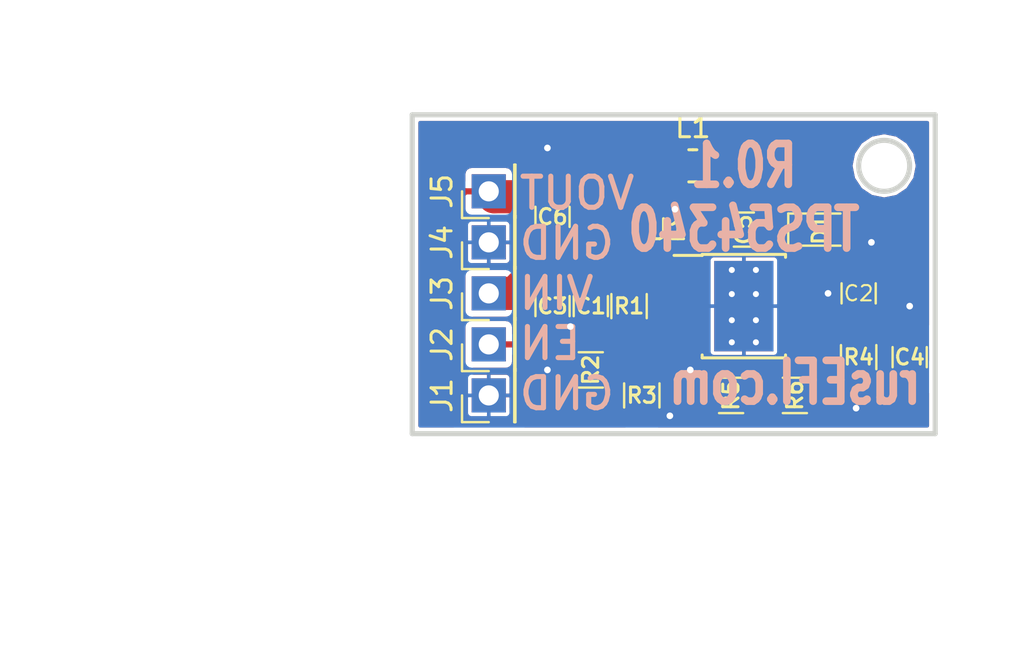
<source format=kicad_pcb>
(kicad_pcb (version 4) (host pcbnew 4.0.7)

  (general
    (links 42)
    (no_connects 0)
    (area 162.432999 111.632999 188.722001 127.762001)
    (thickness 1.6)
    (drawings 13)
    (tracks 80)
    (zones 0)
    (modules 20)
    (nets 11)
  )

  (page A)
  (title_block
    (title "Buck regulator TPS54340")
    (date 2019-01-05)
    (rev R0.1)
    (company "rusEFI by DAECU")
  )

  (layers
    (0 F.Cu signal)
    (31 B.Cu signal)
    (32 B.Adhes user)
    (33 F.Adhes user)
    (34 B.Paste user)
    (35 F.Paste user)
    (36 B.SilkS user)
    (37 F.SilkS user)
    (38 B.Mask user)
    (39 F.Mask user)
    (40 Dwgs.User user)
    (41 Cmts.User user)
    (42 Eco1.User user)
    (43 Eco2.User user)
    (44 Edge.Cuts user)
  )

  (setup
    (last_trace_width 0.3048)
    (user_trace_width 0.3048)
    (user_trace_width 1.0668)
    (user_trace_width 1.651)
    (user_trace_width 1.6764)
    (user_trace_width 2.7178)
    (trace_clearance 0.3048)
    (zone_clearance 0.1778)
    (zone_45_only no)
    (trace_min 0.254)
    (segment_width 0.254)
    (edge_width 0.254)
    (via_size 0.6858)
    (via_drill 0.3302)
    (via_min_size 0)
    (via_min_drill 0.3302)
    (user_via 0.6858 0.3302)
    (user_via 0.78994 0.43434)
    (user_via 15.4178 11.8618)
    (uvia_size 0.508)
    (uvia_drill 0.127)
    (uvias_allowed no)
    (uvia_min_size 0.508)
    (uvia_min_drill 0.127)
    (pcb_text_width 0.4318)
    (pcb_text_size 1.524 2.032)
    (mod_edge_width 0.09906)
    (mod_text_size 1.524 1.524)
    (mod_text_width 0.254)
    (pad_size 0.35052 0.70104)
    (pad_drill 0.6)
    (pad_to_mask_clearance 0.254)
    (aux_axis_origin 0 0)
    (visible_elements 7FFEFE7F)
    (pcbplotparams
      (layerselection 0x010f0_80000001)
      (usegerberextensions true)
      (excludeedgelayer true)
      (linewidth 0.150000)
      (plotframeref false)
      (viasonmask false)
      (mode 1)
      (useauxorigin false)
      (hpglpennumber 1)
      (hpglpenspeed 20)
      (hpglpendiameter 15)
      (hpglpenoverlay 2)
      (psnegative false)
      (psa4output false)
      (plotreference true)
      (plotvalue false)
      (plotinvisibletext false)
      (padsonsilk false)
      (subtractmaskfromsilk false)
      (outputformat 1)
      (mirror false)
      (drillshape 0)
      (scaleselection 1)
      (outputdirectory gerber))
  )

  (net 0 "")
  (net 1 GND)
  (net 2 /VIN)
  (net 3 /COMP)
  (net 4 "Net-(C4-Pad1)")
  (net 5 /SW)
  (net 6 /BOOT)
  (net 7 /VOUT)
  (net 8 /EN)
  (net 9 /RT/CLK)
  (net 10 /FB)

  (net_class Default "Это класс цепей по умолчанию."
    (clearance 0.3048)
    (trace_width 0.3048)
    (via_dia 0.6858)
    (via_drill 0.3302)
    (uvia_dia 0.508)
    (uvia_drill 0.127)
    (add_net /BOOT)
    (add_net /COMP)
    (add_net /EN)
    (add_net /FB)
    (add_net /RT/CLK)
    (add_net /VOUT)
    (add_net GND)
    (add_net "Net-(C4-Pad1)")
  )

  (net_class 1A_EXTERNAL ""
    (clearance 0.3048)
    (trace_width 0.3048)
    (via_dia 0.6858)
    (via_drill 0.3302)
    (uvia_dia 0.508)
    (uvia_drill 0.127)
  )

  (net_class 3.5A_EXTERNAL ""
    (clearance 0.3048)
    (trace_width 1.651)
    (via_dia 1.0922)
    (via_drill 0.6858)
    (uvia_dia 0.508)
    (uvia_drill 0.127)
  )

  (net_class 5A_EXTERNAL ""
    (clearance 0.3048)
    (trace_width 2.7178)
    (via_dia 1.54178)
    (via_drill 1.18618)
    (uvia_dia 0.508)
    (uvia_drill 0.127)
  )

  (net_class PIN_WIDTH ""
    (clearance 0.3048)
    (trace_width 1.27)
    (via_dia 0.6858)
    (via_drill 0.3302)
    (uvia_dia 0.508)
    (uvia_drill 0.127)
    (add_net /SW)
    (add_net /VIN)
  )

  (module Resistors_SMD:R_0805 (layer F.Cu) (tedit 5C306DA4) (tstamp 5C3076CA)
    (at 171.45 124.46 180)
    (descr "Resistor SMD 0805, reflow soldering, Vishay (see dcrcw.pdf)")
    (tags "resistor 0805")
    (path /5C310B4E)
    (attr smd)
    (fp_text reference R2 (at 0 0 270) (layer F.SilkS)
      (effects (font (size 0.762 0.762) (thickness 0.15)))
    )
    (fp_text value 86k6 (at 0 1.75 180) (layer F.Fab)
      (effects (font (size 1 1) (thickness 0.15)))
    )
    (fp_text user %R (at 0 0 180) (layer F.Fab)
      (effects (font (size 0.5 0.5) (thickness 0.075)))
    )
    (fp_line (start -1 0.62) (end -1 -0.62) (layer F.Fab) (width 0.1))
    (fp_line (start 1 0.62) (end -1 0.62) (layer F.Fab) (width 0.1))
    (fp_line (start 1 -0.62) (end 1 0.62) (layer F.Fab) (width 0.1))
    (fp_line (start -1 -0.62) (end 1 -0.62) (layer F.Fab) (width 0.1))
    (fp_line (start 0.6 0.88) (end -0.6 0.88) (layer F.SilkS) (width 0.12))
    (fp_line (start -0.6 -0.88) (end 0.6 -0.88) (layer F.SilkS) (width 0.12))
    (fp_line (start -1.55 -0.9) (end 1.55 -0.9) (layer F.CrtYd) (width 0.05))
    (fp_line (start -1.55 -0.9) (end -1.55 0.9) (layer F.CrtYd) (width 0.05))
    (fp_line (start 1.55 0.9) (end 1.55 -0.9) (layer F.CrtYd) (width 0.05))
    (fp_line (start 1.55 0.9) (end -1.55 0.9) (layer F.CrtYd) (width 0.05))
    (pad 1 smd rect (at -0.95 0 180) (size 0.7 1.3) (layers F.Cu F.Paste F.Mask)
      (net 8 /EN))
    (pad 2 smd rect (at 0.95 0 180) (size 0.7 1.3) (layers F.Cu F.Paste F.Mask)
      (net 1 GND))
    (model ${KISYS3DMOD}/Resistors_SMD.3dshapes/R_0805.wrl
      (at (xyz 0 0 0))
      (scale (xyz 1 1 1))
      (rotate (xyz 0 0 0))
    )
  )

  (module Capacitors_SMD:C_0805 (layer F.Cu) (tedit 5C306D91) (tstamp 5C3075C8)
    (at 171.45 121.285 90)
    (descr "Capacitor SMD 0805, reflow soldering, AVX (see smccp.pdf)")
    (tags "capacitor 0805")
    (path /5C31072F)
    (attr smd)
    (fp_text reference C1 (at 0 0 180) (layer F.SilkS)
      (effects (font (size 0.762 0.762) (thickness 0.15)))
    )
    (fp_text value 2.2uF (at 0 1.75 90) (layer F.Fab)
      (effects (font (size 1 1) (thickness 0.15)))
    )
    (fp_text user %R (at 0 -1.5 90) (layer F.Fab)
      (effects (font (size 1 1) (thickness 0.15)))
    )
    (fp_line (start -1 0.62) (end -1 -0.62) (layer F.Fab) (width 0.1))
    (fp_line (start 1 0.62) (end -1 0.62) (layer F.Fab) (width 0.1))
    (fp_line (start 1 -0.62) (end 1 0.62) (layer F.Fab) (width 0.1))
    (fp_line (start -1 -0.62) (end 1 -0.62) (layer F.Fab) (width 0.1))
    (fp_line (start 0.5 -0.85) (end -0.5 -0.85) (layer F.SilkS) (width 0.12))
    (fp_line (start -0.5 0.85) (end 0.5 0.85) (layer F.SilkS) (width 0.12))
    (fp_line (start -1.75 -0.88) (end 1.75 -0.88) (layer F.CrtYd) (width 0.05))
    (fp_line (start -1.75 -0.88) (end -1.75 0.87) (layer F.CrtYd) (width 0.05))
    (fp_line (start 1.75 0.87) (end 1.75 -0.88) (layer F.CrtYd) (width 0.05))
    (fp_line (start 1.75 0.87) (end -1.75 0.87) (layer F.CrtYd) (width 0.05))
    (pad 1 smd rect (at -1 0 90) (size 1 1.25) (layers F.Cu F.Paste F.Mask)
      (net 1 GND))
    (pad 2 smd rect (at 1 0 90) (size 1 1.25) (layers F.Cu F.Paste F.Mask)
      (net 2 /VIN))
    (model Capacitors_SMD.3dshapes/C_0805.wrl
      (at (xyz 0 0 0))
      (scale (xyz 1 1 1))
      (rotate (xyz 0 0 0))
    )
  )

  (module Capacitors_SMD:C_0805 (layer F.Cu) (tedit 5C306D18) (tstamp 5C3075D9)
    (at 184.785 120.65 90)
    (descr "Capacitor SMD 0805, reflow soldering, AVX (see smccp.pdf)")
    (tags "capacitor 0805")
    (path /5C308D84)
    (attr smd)
    (fp_text reference C2 (at 0 0 180) (layer F.SilkS)
      (effects (font (size 0.762 0.762) (thickness 0.1016)))
    )
    (fp_text value 47pF (at 0 1.75 90) (layer F.Fab)
      (effects (font (size 1 1) (thickness 0.15)))
    )
    (fp_text user %R (at 0 -1.5 90) (layer F.Fab)
      (effects (font (size 1 1) (thickness 0.15)))
    )
    (fp_line (start -1 0.62) (end -1 -0.62) (layer F.Fab) (width 0.1))
    (fp_line (start 1 0.62) (end -1 0.62) (layer F.Fab) (width 0.1))
    (fp_line (start 1 -0.62) (end 1 0.62) (layer F.Fab) (width 0.1))
    (fp_line (start -1 -0.62) (end 1 -0.62) (layer F.Fab) (width 0.1))
    (fp_line (start 0.5 -0.85) (end -0.5 -0.85) (layer F.SilkS) (width 0.12))
    (fp_line (start -0.5 0.85) (end 0.5 0.85) (layer F.SilkS) (width 0.12))
    (fp_line (start -1.75 -0.88) (end 1.75 -0.88) (layer F.CrtYd) (width 0.05))
    (fp_line (start -1.75 -0.88) (end -1.75 0.87) (layer F.CrtYd) (width 0.05))
    (fp_line (start 1.75 0.87) (end 1.75 -0.88) (layer F.CrtYd) (width 0.05))
    (fp_line (start 1.75 0.87) (end -1.75 0.87) (layer F.CrtYd) (width 0.05))
    (pad 1 smd rect (at -1 0 90) (size 1 1.25) (layers F.Cu F.Paste F.Mask)
      (net 3 /COMP))
    (pad 2 smd rect (at 1 0 90) (size 1 1.25) (layers F.Cu F.Paste F.Mask)
      (net 1 GND))
    (model Capacitors_SMD.3dshapes/C_0805.wrl
      (at (xyz 0 0 0))
      (scale (xyz 1 1 1))
      (rotate (xyz 0 0 0))
    )
  )

  (module Capacitors_SMD:C_0805 (layer F.Cu) (tedit 5C306D8C) (tstamp 5C3075EA)
    (at 169.545 121.285 90)
    (descr "Capacitor SMD 0805, reflow soldering, AVX (see smccp.pdf)")
    (tags "capacitor 0805")
    (path /4AD9CB8E)
    (attr smd)
    (fp_text reference C3 (at 0 0 180) (layer F.SilkS)
      (effects (font (size 0.762 0.762) (thickness 0.15)))
    )
    (fp_text value 2.2uF (at 0 1.75 90) (layer F.Fab)
      (effects (font (size 1 1) (thickness 0.15)))
    )
    (fp_text user %R (at 0 -1.5 90) (layer F.Fab)
      (effects (font (size 1 1) (thickness 0.15)))
    )
    (fp_line (start -1 0.62) (end -1 -0.62) (layer F.Fab) (width 0.1))
    (fp_line (start 1 0.62) (end -1 0.62) (layer F.Fab) (width 0.1))
    (fp_line (start 1 -0.62) (end 1 0.62) (layer F.Fab) (width 0.1))
    (fp_line (start -1 -0.62) (end 1 -0.62) (layer F.Fab) (width 0.1))
    (fp_line (start 0.5 -0.85) (end -0.5 -0.85) (layer F.SilkS) (width 0.12))
    (fp_line (start -0.5 0.85) (end 0.5 0.85) (layer F.SilkS) (width 0.12))
    (fp_line (start -1.75 -0.88) (end 1.75 -0.88) (layer F.CrtYd) (width 0.05))
    (fp_line (start -1.75 -0.88) (end -1.75 0.87) (layer F.CrtYd) (width 0.05))
    (fp_line (start 1.75 0.87) (end 1.75 -0.88) (layer F.CrtYd) (width 0.05))
    (fp_line (start 1.75 0.87) (end -1.75 0.87) (layer F.CrtYd) (width 0.05))
    (pad 1 smd rect (at -1 0 90) (size 1 1.25) (layers F.Cu F.Paste F.Mask)
      (net 1 GND))
    (pad 2 smd rect (at 1 0 90) (size 1 1.25) (layers F.Cu F.Paste F.Mask)
      (net 2 /VIN))
    (model Capacitors_SMD.3dshapes/C_0805.wrl
      (at (xyz 0 0 0))
      (scale (xyz 1 1 1))
      (rotate (xyz 0 0 0))
    )
  )

  (module Capacitors_SMD:C_0805 (layer F.Cu) (tedit 5C306D89) (tstamp 5C3075FB)
    (at 187.325 123.825 90)
    (descr "Capacitor SMD 0805, reflow soldering, AVX (see smccp.pdf)")
    (tags "capacitor 0805")
    (path /50D6291F)
    (attr smd)
    (fp_text reference C4 (at 0 0 180) (layer F.SilkS)
      (effects (font (size 0.762 0.762) (thickness 0.15)))
    )
    (fp_text value 5600pF (at 0 1.75 90) (layer F.Fab)
      (effects (font (size 1 1) (thickness 0.15)))
    )
    (fp_text user %R (at 0 -1.5 90) (layer F.Fab)
      (effects (font (size 1 1) (thickness 0.15)))
    )
    (fp_line (start -1 0.62) (end -1 -0.62) (layer F.Fab) (width 0.1))
    (fp_line (start 1 0.62) (end -1 0.62) (layer F.Fab) (width 0.1))
    (fp_line (start 1 -0.62) (end 1 0.62) (layer F.Fab) (width 0.1))
    (fp_line (start -1 -0.62) (end 1 -0.62) (layer F.Fab) (width 0.1))
    (fp_line (start 0.5 -0.85) (end -0.5 -0.85) (layer F.SilkS) (width 0.12))
    (fp_line (start -0.5 0.85) (end 0.5 0.85) (layer F.SilkS) (width 0.12))
    (fp_line (start -1.75 -0.88) (end 1.75 -0.88) (layer F.CrtYd) (width 0.05))
    (fp_line (start -1.75 -0.88) (end -1.75 0.87) (layer F.CrtYd) (width 0.05))
    (fp_line (start 1.75 0.87) (end 1.75 -0.88) (layer F.CrtYd) (width 0.05))
    (fp_line (start 1.75 0.87) (end -1.75 0.87) (layer F.CrtYd) (width 0.05))
    (pad 1 smd rect (at -1 0 90) (size 1 1.25) (layers F.Cu F.Paste F.Mask)
      (net 4 "Net-(C4-Pad1)"))
    (pad 2 smd rect (at 1 0 90) (size 1 1.25) (layers F.Cu F.Paste F.Mask)
      (net 1 GND))
    (model Capacitors_SMD.3dshapes/C_0805.wrl
      (at (xyz 0 0 0))
      (scale (xyz 1 1 1))
      (rotate (xyz 0 0 0))
    )
  )

  (module Capacitors_SMD:C_0805 (layer F.Cu) (tedit 5C306D80) (tstamp 5C30760C)
    (at 179.07 117.475 180)
    (descr "Capacitor SMD 0805, reflow soldering, AVX (see smccp.pdf)")
    (tags "capacitor 0805")
    (path /5C309618)
    (attr smd)
    (fp_text reference C5 (at 0 0 270) (layer F.SilkS)
      (effects (font (size 0.762 0.762) (thickness 0.15)))
    )
    (fp_text value 0.1uF (at 0 1.75 180) (layer F.Fab)
      (effects (font (size 1 1) (thickness 0.15)))
    )
    (fp_text user %R (at 0 -1.5 180) (layer F.Fab)
      (effects (font (size 1 1) (thickness 0.15)))
    )
    (fp_line (start -1 0.62) (end -1 -0.62) (layer F.Fab) (width 0.1))
    (fp_line (start 1 0.62) (end -1 0.62) (layer F.Fab) (width 0.1))
    (fp_line (start 1 -0.62) (end 1 0.62) (layer F.Fab) (width 0.1))
    (fp_line (start -1 -0.62) (end 1 -0.62) (layer F.Fab) (width 0.1))
    (fp_line (start 0.5 -0.85) (end -0.5 -0.85) (layer F.SilkS) (width 0.12))
    (fp_line (start -0.5 0.85) (end 0.5 0.85) (layer F.SilkS) (width 0.12))
    (fp_line (start -1.75 -0.88) (end 1.75 -0.88) (layer F.CrtYd) (width 0.05))
    (fp_line (start -1.75 -0.88) (end -1.75 0.87) (layer F.CrtYd) (width 0.05))
    (fp_line (start 1.75 0.87) (end 1.75 -0.88) (layer F.CrtYd) (width 0.05))
    (fp_line (start 1.75 0.87) (end -1.75 0.87) (layer F.CrtYd) (width 0.05))
    (pad 1 smd rect (at -1 0 180) (size 1 1.25) (layers F.Cu F.Paste F.Mask)
      (net 5 /SW))
    (pad 2 smd rect (at 1 0 180) (size 1 1.25) (layers F.Cu F.Paste F.Mask)
      (net 6 /BOOT))
    (model Capacitors_SMD.3dshapes/C_0805.wrl
      (at (xyz 0 0 0))
      (scale (xyz 1 1 1))
      (rotate (xyz 0 0 0))
    )
  )

  (module Capacitors_SMD:C_0805 (layer F.Cu) (tedit 5C306D9D) (tstamp 5C30761D)
    (at 169.545 116.84 270)
    (descr "Capacitor SMD 0805, reflow soldering, AVX (see smccp.pdf)")
    (tags "capacitor 0805")
    (path /5C309A65)
    (attr smd)
    (fp_text reference C6 (at 0 0 360) (layer F.SilkS)
      (effects (font (size 0.762 0.762) (thickness 0.15)))
    )
    (fp_text value 100uF (at 0 1.75 270) (layer F.Fab)
      (effects (font (size 1 1) (thickness 0.15)))
    )
    (fp_text user %R (at 0 -1.5 270) (layer F.Fab)
      (effects (font (size 1 1) (thickness 0.15)))
    )
    (fp_line (start -1 0.62) (end -1 -0.62) (layer F.Fab) (width 0.1))
    (fp_line (start 1 0.62) (end -1 0.62) (layer F.Fab) (width 0.1))
    (fp_line (start 1 -0.62) (end 1 0.62) (layer F.Fab) (width 0.1))
    (fp_line (start -1 -0.62) (end 1 -0.62) (layer F.Fab) (width 0.1))
    (fp_line (start 0.5 -0.85) (end -0.5 -0.85) (layer F.SilkS) (width 0.12))
    (fp_line (start -0.5 0.85) (end 0.5 0.85) (layer F.SilkS) (width 0.12))
    (fp_line (start -1.75 -0.88) (end 1.75 -0.88) (layer F.CrtYd) (width 0.05))
    (fp_line (start -1.75 -0.88) (end -1.75 0.87) (layer F.CrtYd) (width 0.05))
    (fp_line (start 1.75 0.87) (end 1.75 -0.88) (layer F.CrtYd) (width 0.05))
    (fp_line (start 1.75 0.87) (end -1.75 0.87) (layer F.CrtYd) (width 0.05))
    (pad 1 smd rect (at -1 0 270) (size 1 1.25) (layers F.Cu F.Paste F.Mask)
      (net 7 /VOUT))
    (pad 2 smd rect (at 1 0 270) (size 1 1.25) (layers F.Cu F.Paste F.Mask)
      (net 1 GND))
    (model Capacitors_SMD.3dshapes/C_0805.wrl
      (at (xyz 0 0 0))
      (scale (xyz 1 1 1))
      (rotate (xyz 0 0 0))
    )
  )

  (module Diodes_SMD:D_0805 (layer F.Cu) (tedit 5C306DAE) (tstamp 5C307635)
    (at 182.88 117.475)
    (descr "Diode SMD in 0805 package http://datasheets.avx.com/schottky.pdf")
    (tags "smd diode")
    (path /5C30C945)
    (attr smd)
    (fp_text reference D1 (at 0 0 90) (layer F.SilkS)
      (effects (font (size 0.762 0.762) (thickness 0.15)))
    )
    (fp_text value B560C (at 0 1.7) (layer F.Fab)
      (effects (font (size 1 1) (thickness 0.15)))
    )
    (fp_text user %R (at 0 -1.6) (layer F.Fab)
      (effects (font (size 1 1) (thickness 0.15)))
    )
    (fp_line (start -1.6 -0.8) (end -1.6 0.8) (layer F.SilkS) (width 0.12))
    (fp_line (start -1.7 0.88) (end -1.7 -0.88) (layer F.CrtYd) (width 0.05))
    (fp_line (start 1.7 0.88) (end -1.7 0.88) (layer F.CrtYd) (width 0.05))
    (fp_line (start 1.7 -0.88) (end 1.7 0.88) (layer F.CrtYd) (width 0.05))
    (fp_line (start -1.7 -0.88) (end 1.7 -0.88) (layer F.CrtYd) (width 0.05))
    (fp_line (start 0.2 0) (end 0.4 0) (layer F.Fab) (width 0.1))
    (fp_line (start -0.1 0) (end -0.3 0) (layer F.Fab) (width 0.1))
    (fp_line (start -0.1 -0.2) (end -0.1 0.2) (layer F.Fab) (width 0.1))
    (fp_line (start 0.2 0.2) (end 0.2 -0.2) (layer F.Fab) (width 0.1))
    (fp_line (start -0.1 0) (end 0.2 0.2) (layer F.Fab) (width 0.1))
    (fp_line (start 0.2 -0.2) (end -0.1 0) (layer F.Fab) (width 0.1))
    (fp_line (start -1 0.65) (end -1 -0.65) (layer F.Fab) (width 0.1))
    (fp_line (start 1 0.65) (end -1 0.65) (layer F.Fab) (width 0.1))
    (fp_line (start 1 -0.65) (end 1 0.65) (layer F.Fab) (width 0.1))
    (fp_line (start -1 -0.65) (end 1 -0.65) (layer F.Fab) (width 0.1))
    (fp_line (start -1.6 0.8) (end 1 0.8) (layer F.SilkS) (width 0.12))
    (fp_line (start -1.6 -0.8) (end 1 -0.8) (layer F.SilkS) (width 0.12))
    (pad 1 smd rect (at -1.05 0) (size 0.8 0.9) (layers F.Cu F.Paste F.Mask)
      (net 5 /SW))
    (pad 2 smd rect (at 1.05 0) (size 0.8 0.9) (layers F.Cu F.Paste F.Mask)
      (net 1 GND))
    (model ${KISYS3DMOD}/Diodes_SMD.3dshapes/D_0805.wrl
      (at (xyz 0 0 0))
      (scale (xyz 1 1 1))
      (rotate (xyz 0 0 0))
    )
  )

  (module Pin_Headers:Pin_Header_Straight_1x01_Pitch2.54mm (layer F.Cu) (tedit 59650532) (tstamp 5C30764A)
    (at 166.37 125.73 90)
    (descr "Through hole straight pin header, 1x01, 2.54mm pitch, single row")
    (tags "Through hole pin header THT 1x01 2.54mm single row")
    (path /5C30E4DC)
    (fp_text reference J1 (at 0 -2.33 90) (layer F.SilkS)
      (effects (font (size 1 1) (thickness 0.15)))
    )
    (fp_text value Conn_01x01 (at 0 2.33 90) (layer F.Fab)
      (effects (font (size 1 1) (thickness 0.15)))
    )
    (fp_line (start -0.635 -1.27) (end 1.27 -1.27) (layer F.Fab) (width 0.1))
    (fp_line (start 1.27 -1.27) (end 1.27 1.27) (layer F.Fab) (width 0.1))
    (fp_line (start 1.27 1.27) (end -1.27 1.27) (layer F.Fab) (width 0.1))
    (fp_line (start -1.27 1.27) (end -1.27 -0.635) (layer F.Fab) (width 0.1))
    (fp_line (start -1.27 -0.635) (end -0.635 -1.27) (layer F.Fab) (width 0.1))
    (fp_line (start -1.33 1.33) (end 1.33 1.33) (layer F.SilkS) (width 0.12))
    (fp_line (start -1.33 1.27) (end -1.33 1.33) (layer F.SilkS) (width 0.12))
    (fp_line (start 1.33 1.27) (end 1.33 1.33) (layer F.SilkS) (width 0.12))
    (fp_line (start -1.33 1.27) (end 1.33 1.27) (layer F.SilkS) (width 0.12))
    (fp_line (start -1.33 0) (end -1.33 -1.33) (layer F.SilkS) (width 0.12))
    (fp_line (start -1.33 -1.33) (end 0 -1.33) (layer F.SilkS) (width 0.12))
    (fp_line (start -1.8 -1.8) (end -1.8 1.8) (layer F.CrtYd) (width 0.05))
    (fp_line (start -1.8 1.8) (end 1.8 1.8) (layer F.CrtYd) (width 0.05))
    (fp_line (start 1.8 1.8) (end 1.8 -1.8) (layer F.CrtYd) (width 0.05))
    (fp_line (start 1.8 -1.8) (end -1.8 -1.8) (layer F.CrtYd) (width 0.05))
    (fp_text user %R (at 0 0 180) (layer F.Fab)
      (effects (font (size 1 1) (thickness 0.15)))
    )
    (pad 1 thru_hole rect (at 0 0 90) (size 1.7 1.7) (drill 1) (layers *.Cu *.Mask)
      (net 1 GND))
    (model ${KISYS3DMOD}/Pin_Headers.3dshapes/Pin_Header_Straight_1x01_Pitch2.54mm.wrl
      (at (xyz 0 0 0))
      (scale (xyz 1 1 1))
      (rotate (xyz 0 0 0))
    )
  )

  (module Pin_Headers:Pin_Header_Straight_1x01_Pitch2.54mm (layer F.Cu) (tedit 59650532) (tstamp 5C30765F)
    (at 166.37 123.19 90)
    (descr "Through hole straight pin header, 1x01, 2.54mm pitch, single row")
    (tags "Through hole pin header THT 1x01 2.54mm single row")
    (path /5C30E36C)
    (fp_text reference J2 (at 0 -2.33 90) (layer F.SilkS)
      (effects (font (size 1 1) (thickness 0.15)))
    )
    (fp_text value Conn_01x01 (at 0 2.33 90) (layer F.Fab)
      (effects (font (size 1 1) (thickness 0.15)))
    )
    (fp_line (start -0.635 -1.27) (end 1.27 -1.27) (layer F.Fab) (width 0.1))
    (fp_line (start 1.27 -1.27) (end 1.27 1.27) (layer F.Fab) (width 0.1))
    (fp_line (start 1.27 1.27) (end -1.27 1.27) (layer F.Fab) (width 0.1))
    (fp_line (start -1.27 1.27) (end -1.27 -0.635) (layer F.Fab) (width 0.1))
    (fp_line (start -1.27 -0.635) (end -0.635 -1.27) (layer F.Fab) (width 0.1))
    (fp_line (start -1.33 1.33) (end 1.33 1.33) (layer F.SilkS) (width 0.12))
    (fp_line (start -1.33 1.27) (end -1.33 1.33) (layer F.SilkS) (width 0.12))
    (fp_line (start 1.33 1.27) (end 1.33 1.33) (layer F.SilkS) (width 0.12))
    (fp_line (start -1.33 1.27) (end 1.33 1.27) (layer F.SilkS) (width 0.12))
    (fp_line (start -1.33 0) (end -1.33 -1.33) (layer F.SilkS) (width 0.12))
    (fp_line (start -1.33 -1.33) (end 0 -1.33) (layer F.SilkS) (width 0.12))
    (fp_line (start -1.8 -1.8) (end -1.8 1.8) (layer F.CrtYd) (width 0.05))
    (fp_line (start -1.8 1.8) (end 1.8 1.8) (layer F.CrtYd) (width 0.05))
    (fp_line (start 1.8 1.8) (end 1.8 -1.8) (layer F.CrtYd) (width 0.05))
    (fp_line (start 1.8 -1.8) (end -1.8 -1.8) (layer F.CrtYd) (width 0.05))
    (fp_text user %R (at 0 0 180) (layer F.Fab)
      (effects (font (size 1 1) (thickness 0.15)))
    )
    (pad 1 thru_hole rect (at 0 0 90) (size 1.7 1.7) (drill 1) (layers *.Cu *.Mask)
      (net 8 /EN))
    (model ${KISYS3DMOD}/Pin_Headers.3dshapes/Pin_Header_Straight_1x01_Pitch2.54mm.wrl
      (at (xyz 0 0 0))
      (scale (xyz 1 1 1))
      (rotate (xyz 0 0 0))
    )
  )

  (module Pin_Headers:Pin_Header_Straight_1x01_Pitch2.54mm (layer F.Cu) (tedit 59650532) (tstamp 5C307674)
    (at 166.37 120.65 90)
    (descr "Through hole straight pin header, 1x01, 2.54mm pitch, single row")
    (tags "Through hole pin header THT 1x01 2.54mm single row")
    (path /5C30E520)
    (fp_text reference J3 (at 0 -2.33 90) (layer F.SilkS)
      (effects (font (size 1 1) (thickness 0.15)))
    )
    (fp_text value Conn_01x01 (at 0 2.33 90) (layer F.Fab)
      (effects (font (size 1 1) (thickness 0.15)))
    )
    (fp_line (start -0.635 -1.27) (end 1.27 -1.27) (layer F.Fab) (width 0.1))
    (fp_line (start 1.27 -1.27) (end 1.27 1.27) (layer F.Fab) (width 0.1))
    (fp_line (start 1.27 1.27) (end -1.27 1.27) (layer F.Fab) (width 0.1))
    (fp_line (start -1.27 1.27) (end -1.27 -0.635) (layer F.Fab) (width 0.1))
    (fp_line (start -1.27 -0.635) (end -0.635 -1.27) (layer F.Fab) (width 0.1))
    (fp_line (start -1.33 1.33) (end 1.33 1.33) (layer F.SilkS) (width 0.12))
    (fp_line (start -1.33 1.27) (end -1.33 1.33) (layer F.SilkS) (width 0.12))
    (fp_line (start 1.33 1.27) (end 1.33 1.33) (layer F.SilkS) (width 0.12))
    (fp_line (start -1.33 1.27) (end 1.33 1.27) (layer F.SilkS) (width 0.12))
    (fp_line (start -1.33 0) (end -1.33 -1.33) (layer F.SilkS) (width 0.12))
    (fp_line (start -1.33 -1.33) (end 0 -1.33) (layer F.SilkS) (width 0.12))
    (fp_line (start -1.8 -1.8) (end -1.8 1.8) (layer F.CrtYd) (width 0.05))
    (fp_line (start -1.8 1.8) (end 1.8 1.8) (layer F.CrtYd) (width 0.05))
    (fp_line (start 1.8 1.8) (end 1.8 -1.8) (layer F.CrtYd) (width 0.05))
    (fp_line (start 1.8 -1.8) (end -1.8 -1.8) (layer F.CrtYd) (width 0.05))
    (fp_text user %R (at 0 0 180) (layer F.Fab)
      (effects (font (size 1 1) (thickness 0.15)))
    )
    (pad 1 thru_hole rect (at 0 0 90) (size 1.7 1.7) (drill 1) (layers *.Cu *.Mask)
      (net 2 /VIN))
    (model ${KISYS3DMOD}/Pin_Headers.3dshapes/Pin_Header_Straight_1x01_Pitch2.54mm.wrl
      (at (xyz 0 0 0))
      (scale (xyz 1 1 1))
      (rotate (xyz 0 0 0))
    )
  )

  (module Pin_Headers:Pin_Header_Straight_1x01_Pitch2.54mm (layer F.Cu) (tedit 59650532) (tstamp 5C307689)
    (at 166.37 118.11 90)
    (descr "Through hole straight pin header, 1x01, 2.54mm pitch, single row")
    (tags "Through hole pin header THT 1x01 2.54mm single row")
    (path /5C30E2D2)
    (fp_text reference J4 (at 0 -2.33 90) (layer F.SilkS)
      (effects (font (size 1 1) (thickness 0.15)))
    )
    (fp_text value Conn_01x01 (at 0 2.33 90) (layer F.Fab)
      (effects (font (size 1 1) (thickness 0.15)))
    )
    (fp_line (start -0.635 -1.27) (end 1.27 -1.27) (layer F.Fab) (width 0.1))
    (fp_line (start 1.27 -1.27) (end 1.27 1.27) (layer F.Fab) (width 0.1))
    (fp_line (start 1.27 1.27) (end -1.27 1.27) (layer F.Fab) (width 0.1))
    (fp_line (start -1.27 1.27) (end -1.27 -0.635) (layer F.Fab) (width 0.1))
    (fp_line (start -1.27 -0.635) (end -0.635 -1.27) (layer F.Fab) (width 0.1))
    (fp_line (start -1.33 1.33) (end 1.33 1.33) (layer F.SilkS) (width 0.12))
    (fp_line (start -1.33 1.27) (end -1.33 1.33) (layer F.SilkS) (width 0.12))
    (fp_line (start 1.33 1.27) (end 1.33 1.33) (layer F.SilkS) (width 0.12))
    (fp_line (start -1.33 1.27) (end 1.33 1.27) (layer F.SilkS) (width 0.12))
    (fp_line (start -1.33 0) (end -1.33 -1.33) (layer F.SilkS) (width 0.12))
    (fp_line (start -1.33 -1.33) (end 0 -1.33) (layer F.SilkS) (width 0.12))
    (fp_line (start -1.8 -1.8) (end -1.8 1.8) (layer F.CrtYd) (width 0.05))
    (fp_line (start -1.8 1.8) (end 1.8 1.8) (layer F.CrtYd) (width 0.05))
    (fp_line (start 1.8 1.8) (end 1.8 -1.8) (layer F.CrtYd) (width 0.05))
    (fp_line (start 1.8 -1.8) (end -1.8 -1.8) (layer F.CrtYd) (width 0.05))
    (fp_text user %R (at 0 0 180) (layer F.Fab)
      (effects (font (size 1 1) (thickness 0.15)))
    )
    (pad 1 thru_hole rect (at 0 0 90) (size 1.7 1.7) (drill 1) (layers *.Cu *.Mask)
      (net 1 GND))
    (model ${KISYS3DMOD}/Pin_Headers.3dshapes/Pin_Header_Straight_1x01_Pitch2.54mm.wrl
      (at (xyz 0 0 0))
      (scale (xyz 1 1 1))
      (rotate (xyz 0 0 0))
    )
  )

  (module Pin_Headers:Pin_Header_Straight_1x01_Pitch2.54mm (layer F.Cu) (tedit 59650532) (tstamp 5C30769E)
    (at 166.37 115.57 90)
    (descr "Through hole straight pin header, 1x01, 2.54mm pitch, single row")
    (tags "Through hole pin header THT 1x01 2.54mm single row")
    (path /5C30E157)
    (fp_text reference J5 (at 0 -2.33 90) (layer F.SilkS)
      (effects (font (size 1 1) (thickness 0.15)))
    )
    (fp_text value Conn_01x01 (at 0 2.33 90) (layer F.Fab)
      (effects (font (size 1 1) (thickness 0.15)))
    )
    (fp_line (start -0.635 -1.27) (end 1.27 -1.27) (layer F.Fab) (width 0.1))
    (fp_line (start 1.27 -1.27) (end 1.27 1.27) (layer F.Fab) (width 0.1))
    (fp_line (start 1.27 1.27) (end -1.27 1.27) (layer F.Fab) (width 0.1))
    (fp_line (start -1.27 1.27) (end -1.27 -0.635) (layer F.Fab) (width 0.1))
    (fp_line (start -1.27 -0.635) (end -0.635 -1.27) (layer F.Fab) (width 0.1))
    (fp_line (start -1.33 1.33) (end 1.33 1.33) (layer F.SilkS) (width 0.12))
    (fp_line (start -1.33 1.27) (end -1.33 1.33) (layer F.SilkS) (width 0.12))
    (fp_line (start 1.33 1.27) (end 1.33 1.33) (layer F.SilkS) (width 0.12))
    (fp_line (start -1.33 1.27) (end 1.33 1.27) (layer F.SilkS) (width 0.12))
    (fp_line (start -1.33 0) (end -1.33 -1.33) (layer F.SilkS) (width 0.12))
    (fp_line (start -1.33 -1.33) (end 0 -1.33) (layer F.SilkS) (width 0.12))
    (fp_line (start -1.8 -1.8) (end -1.8 1.8) (layer F.CrtYd) (width 0.05))
    (fp_line (start -1.8 1.8) (end 1.8 1.8) (layer F.CrtYd) (width 0.05))
    (fp_line (start 1.8 1.8) (end 1.8 -1.8) (layer F.CrtYd) (width 0.05))
    (fp_line (start 1.8 -1.8) (end -1.8 -1.8) (layer F.CrtYd) (width 0.05))
    (fp_text user %R (at 0 0 180) (layer F.Fab)
      (effects (font (size 1 1) (thickness 0.15)))
    )
    (pad 1 thru_hole rect (at 0 0 90) (size 1.7 1.7) (drill 1) (layers *.Cu *.Mask)
      (net 7 /VOUT))
    (model ${KISYS3DMOD}/Pin_Headers.3dshapes/Pin_Header_Straight_1x01_Pitch2.54mm.wrl
      (at (xyz 0 0 0))
      (scale (xyz 1 1 1))
      (rotate (xyz 0 0 0))
    )
  )

  (module Resistors_Universal:Resistor_SMDuniversal_0805to1206_HandSoldering (layer F.Cu) (tedit 5C30716C) (tstamp 5C3076A8)
    (at 176.53 114.3 180)
    (descr "Resistor, SMD, universal, 0805 to 1206, Hand soldering,")
    (tags "Resistor, SMD, universal, 0805 to 1206, Hand soldering,")
    (path /5C309934)
    (fp_text reference L1 (at 0 1.905 180) (layer F.SilkS)
      (effects (font (size 1 1) (thickness 0.15)))
    )
    (fp_text value 5.6uH (at -0.39878 4.20116 180) (layer F.Fab)
      (effects (font (size 1 1) (thickness 0.15)))
    )
    (fp_line (start 0 0.8001) (end 0.20066 0.8001) (layer F.SilkS) (width 0.15))
    (fp_line (start 0 0.8001) (end -0.20066 0.8001) (layer F.SilkS) (width 0.15))
    (fp_line (start -0.09906 -0.8001) (end -0.20066 -0.8001) (layer F.SilkS) (width 0.15))
    (fp_line (start -0.20066 -0.8001) (end 0.20066 -0.8001) (layer F.SilkS) (width 0.15))
    (pad 1 smd trapezoid (at -2.413 0 180) (size 3.50012 1.99898) (rect_delta 0.39878 0 ) (layers F.Cu F.Paste F.Mask)
      (net 5 /SW))
    (pad 2 smd trapezoid (at 2.413 0) (size 3.50012 1.99898) (rect_delta 0.39878 0 ) (layers F.Cu F.Paste F.Mask)
      (net 7 /VOUT))
  )

  (module Resistors_SMD:R_0805 (layer F.Cu) (tedit 5C306DA1) (tstamp 5C3076B9)
    (at 173.355 121.285 90)
    (descr "Resistor SMD 0805, reflow soldering, Vishay (see dcrcw.pdf)")
    (tags "resistor 0805")
    (path /5C31096A)
    (attr smd)
    (fp_text reference R1 (at 0 0 180) (layer F.SilkS)
      (effects (font (size 0.762 0.762) (thickness 0.15)))
    )
    (fp_text value 365k (at 0 1.75 90) (layer F.Fab)
      (effects (font (size 1 1) (thickness 0.15)))
    )
    (fp_text user %R (at 0 0 90) (layer F.Fab)
      (effects (font (size 0.5 0.5) (thickness 0.075)))
    )
    (fp_line (start -1 0.62) (end -1 -0.62) (layer F.Fab) (width 0.1))
    (fp_line (start 1 0.62) (end -1 0.62) (layer F.Fab) (width 0.1))
    (fp_line (start 1 -0.62) (end 1 0.62) (layer F.Fab) (width 0.1))
    (fp_line (start -1 -0.62) (end 1 -0.62) (layer F.Fab) (width 0.1))
    (fp_line (start 0.6 0.88) (end -0.6 0.88) (layer F.SilkS) (width 0.12))
    (fp_line (start -0.6 -0.88) (end 0.6 -0.88) (layer F.SilkS) (width 0.12))
    (fp_line (start -1.55 -0.9) (end 1.55 -0.9) (layer F.CrtYd) (width 0.05))
    (fp_line (start -1.55 -0.9) (end -1.55 0.9) (layer F.CrtYd) (width 0.05))
    (fp_line (start 1.55 0.9) (end 1.55 -0.9) (layer F.CrtYd) (width 0.05))
    (fp_line (start 1.55 0.9) (end -1.55 0.9) (layer F.CrtYd) (width 0.05))
    (pad 1 smd rect (at -0.95 0 90) (size 0.7 1.3) (layers F.Cu F.Paste F.Mask)
      (net 8 /EN))
    (pad 2 smd rect (at 0.95 0 90) (size 0.7 1.3) (layers F.Cu F.Paste F.Mask)
      (net 2 /VIN))
    (model ${KISYS3DMOD}/Resistors_SMD.3dshapes/R_0805.wrl
      (at (xyz 0 0 0))
      (scale (xyz 1 1 1))
      (rotate (xyz 0 0 0))
    )
  )

  (module Resistors_SMD:R_0805 (layer F.Cu) (tedit 5C306D86) (tstamp 5C3076DB)
    (at 173.99 125.73 270)
    (descr "Resistor SMD 0805, reflow soldering, Vishay (see dcrcw.pdf)")
    (tags "resistor 0805")
    (path /4E39E38D)
    (attr smd)
    (fp_text reference R3 (at 0 0 360) (layer F.SilkS)
      (effects (font (size 0.762 0.762) (thickness 0.15)))
    )
    (fp_text value 162k (at 0 1.75 270) (layer F.Fab)
      (effects (font (size 1 1) (thickness 0.15)))
    )
    (fp_text user %R (at 0 0 270) (layer F.Fab)
      (effects (font (size 0.5 0.5) (thickness 0.075)))
    )
    (fp_line (start -1 0.62) (end -1 -0.62) (layer F.Fab) (width 0.1))
    (fp_line (start 1 0.62) (end -1 0.62) (layer F.Fab) (width 0.1))
    (fp_line (start 1 -0.62) (end 1 0.62) (layer F.Fab) (width 0.1))
    (fp_line (start -1 -0.62) (end 1 -0.62) (layer F.Fab) (width 0.1))
    (fp_line (start 0.6 0.88) (end -0.6 0.88) (layer F.SilkS) (width 0.12))
    (fp_line (start -0.6 -0.88) (end 0.6 -0.88) (layer F.SilkS) (width 0.12))
    (fp_line (start -1.55 -0.9) (end 1.55 -0.9) (layer F.CrtYd) (width 0.05))
    (fp_line (start -1.55 -0.9) (end -1.55 0.9) (layer F.CrtYd) (width 0.05))
    (fp_line (start 1.55 0.9) (end 1.55 -0.9) (layer F.CrtYd) (width 0.05))
    (fp_line (start 1.55 0.9) (end -1.55 0.9) (layer F.CrtYd) (width 0.05))
    (pad 1 smd rect (at -0.95 0 270) (size 0.7 1.3) (layers F.Cu F.Paste F.Mask)
      (net 9 /RT/CLK))
    (pad 2 smd rect (at 0.95 0 270) (size 0.7 1.3) (layers F.Cu F.Paste F.Mask)
      (net 1 GND))
    (model ${KISYS3DMOD}/Resistors_SMD.3dshapes/R_0805.wrl
      (at (xyz 0 0 0))
      (scale (xyz 1 1 1))
      (rotate (xyz 0 0 0))
    )
  )

  (module Resistors_SMD:R_0805 (layer F.Cu) (tedit 5C306D98) (tstamp 5C3076EC)
    (at 184.785 123.825 270)
    (descr "Resistor SMD 0805, reflow soldering, Vishay (see dcrcw.pdf)")
    (tags "resistor 0805")
    (path /5C308D40)
    (attr smd)
    (fp_text reference R4 (at 0 0 360) (layer F.SilkS)
      (effects (font (size 0.762 0.762) (thickness 0.15)))
    )
    (fp_text value 11k5 (at 0 1.75 270) (layer F.Fab)
      (effects (font (size 1 1) (thickness 0.15)))
    )
    (fp_text user %R (at 0 0 270) (layer F.Fab)
      (effects (font (size 0.5 0.5) (thickness 0.075)))
    )
    (fp_line (start -1 0.62) (end -1 -0.62) (layer F.Fab) (width 0.1))
    (fp_line (start 1 0.62) (end -1 0.62) (layer F.Fab) (width 0.1))
    (fp_line (start 1 -0.62) (end 1 0.62) (layer F.Fab) (width 0.1))
    (fp_line (start -1 -0.62) (end 1 -0.62) (layer F.Fab) (width 0.1))
    (fp_line (start 0.6 0.88) (end -0.6 0.88) (layer F.SilkS) (width 0.12))
    (fp_line (start -0.6 -0.88) (end 0.6 -0.88) (layer F.SilkS) (width 0.12))
    (fp_line (start -1.55 -0.9) (end 1.55 -0.9) (layer F.CrtYd) (width 0.05))
    (fp_line (start -1.55 -0.9) (end -1.55 0.9) (layer F.CrtYd) (width 0.05))
    (fp_line (start 1.55 0.9) (end 1.55 -0.9) (layer F.CrtYd) (width 0.05))
    (fp_line (start 1.55 0.9) (end -1.55 0.9) (layer F.CrtYd) (width 0.05))
    (pad 1 smd rect (at -0.95 0 270) (size 0.7 1.3) (layers F.Cu F.Paste F.Mask)
      (net 3 /COMP))
    (pad 2 smd rect (at 0.95 0 270) (size 0.7 1.3) (layers F.Cu F.Paste F.Mask)
      (net 4 "Net-(C4-Pad1)"))
    (model ${KISYS3DMOD}/Resistors_SMD.3dshapes/R_0805.wrl
      (at (xyz 0 0 0))
      (scale (xyz 1 1 1))
      (rotate (xyz 0 0 0))
    )
  )

  (module Resistors_SMD:R_0805 (layer F.Cu) (tedit 5C306D9B) (tstamp 5C3076FD)
    (at 178.435 125.73)
    (descr "Resistor SMD 0805, reflow soldering, Vishay (see dcrcw.pdf)")
    (tags "resistor 0805")
    (path /5C30C095)
    (attr smd)
    (fp_text reference R5 (at 0 0 90) (layer F.SilkS)
      (effects (font (size 0.762 0.762) (thickness 0.15)))
    )
    (fp_text value 31.6 (at 0 1.75) (layer F.Fab)
      (effects (font (size 1 1) (thickness 0.15)))
    )
    (fp_text user %R (at 0 0) (layer F.Fab)
      (effects (font (size 0.5 0.5) (thickness 0.075)))
    )
    (fp_line (start -1 0.62) (end -1 -0.62) (layer F.Fab) (width 0.1))
    (fp_line (start 1 0.62) (end -1 0.62) (layer F.Fab) (width 0.1))
    (fp_line (start 1 -0.62) (end 1 0.62) (layer F.Fab) (width 0.1))
    (fp_line (start -1 -0.62) (end 1 -0.62) (layer F.Fab) (width 0.1))
    (fp_line (start 0.6 0.88) (end -0.6 0.88) (layer F.SilkS) (width 0.12))
    (fp_line (start -0.6 -0.88) (end 0.6 -0.88) (layer F.SilkS) (width 0.12))
    (fp_line (start -1.55 -0.9) (end 1.55 -0.9) (layer F.CrtYd) (width 0.05))
    (fp_line (start -1.55 -0.9) (end -1.55 0.9) (layer F.CrtYd) (width 0.05))
    (fp_line (start 1.55 0.9) (end 1.55 -0.9) (layer F.CrtYd) (width 0.05))
    (fp_line (start 1.55 0.9) (end -1.55 0.9) (layer F.CrtYd) (width 0.05))
    (pad 1 smd rect (at -0.95 0) (size 0.7 1.3) (layers F.Cu F.Paste F.Mask)
      (net 7 /VOUT))
    (pad 2 smd rect (at 0.95 0) (size 0.7 1.3) (layers F.Cu F.Paste F.Mask)
      (net 10 /FB))
    (model ${KISYS3DMOD}/Resistors_SMD.3dshapes/R_0805.wrl
      (at (xyz 0 0 0))
      (scale (xyz 1 1 1))
      (rotate (xyz 0 0 0))
    )
  )

  (module Resistors_SMD:R_0805 (layer F.Cu) (tedit 5C306D83) (tstamp 5C30770E)
    (at 181.61 125.73)
    (descr "Resistor SMD 0805, reflow soldering, Vishay (see dcrcw.pdf)")
    (tags "resistor 0805")
    (path /5C309280)
    (attr smd)
    (fp_text reference R6 (at 0 0 90) (layer F.SilkS)
      (effects (font (size 0.762 0.762) (thickness 0.15)))
    )
    (fp_text value 10.2 (at 0 1.75) (layer F.Fab)
      (effects (font (size 1 1) (thickness 0.15)))
    )
    (fp_text user %R (at 0 0) (layer F.Fab)
      (effects (font (size 0.5 0.5) (thickness 0.075)))
    )
    (fp_line (start -1 0.62) (end -1 -0.62) (layer F.Fab) (width 0.1))
    (fp_line (start 1 0.62) (end -1 0.62) (layer F.Fab) (width 0.1))
    (fp_line (start 1 -0.62) (end 1 0.62) (layer F.Fab) (width 0.1))
    (fp_line (start -1 -0.62) (end 1 -0.62) (layer F.Fab) (width 0.1))
    (fp_line (start 0.6 0.88) (end -0.6 0.88) (layer F.SilkS) (width 0.12))
    (fp_line (start -0.6 -0.88) (end 0.6 -0.88) (layer F.SilkS) (width 0.12))
    (fp_line (start -1.55 -0.9) (end 1.55 -0.9) (layer F.CrtYd) (width 0.05))
    (fp_line (start -1.55 -0.9) (end -1.55 0.9) (layer F.CrtYd) (width 0.05))
    (fp_line (start 1.55 0.9) (end 1.55 -0.9) (layer F.CrtYd) (width 0.05))
    (fp_line (start 1.55 0.9) (end -1.55 0.9) (layer F.CrtYd) (width 0.05))
    (pad 1 smd rect (at -0.95 0) (size 0.7 1.3) (layers F.Cu F.Paste F.Mask)
      (net 10 /FB))
    (pad 2 smd rect (at 0.95 0) (size 0.7 1.3) (layers F.Cu F.Paste F.Mask)
      (net 1 GND))
    (model ${KISYS3DMOD}/Resistors_SMD.3dshapes/R_0805.wrl
      (at (xyz 0 0 0))
      (scale (xyz 1 1 1))
      (rotate (xyz 0 0 0))
    )
  )

  (module Housings_SOIC:TI_SO-PowerPAD-8_ThermalVias (layer F.Cu) (tedit 5C307164) (tstamp 5C307736)
    (at 179.07 121.285)
    (descr "8-pin HTSOP package with 1.27mm pin pitch, compatible with SOIC-8, 3.9x4.9mm² body, exposed pad, thermal vias with large copper area, as proposed in http://www.ti.com/lit/ds/symlink/tps5430.pdf")
    (tags "HTSOP 1.27")
    (path /5C308430)
    (attr smd)
    (fp_text reference U1 (at -3.81 -3.81) (layer F.SilkS)
      (effects (font (size 1 1) (thickness 0.15)))
    )
    (fp_text value TPS54340 (at 0 3.5) (layer F.Fab)
      (effects (font (size 1 1) (thickness 0.15)))
    )
    (fp_text user %R (at 0 0) (layer F.Fab)
      (effects (font (size 0.9 0.9) (thickness 0.135)))
    )
    (fp_line (start -0.95 -2.45) (end 1.95 -2.45) (layer F.Fab) (width 0.15))
    (fp_line (start 1.95 -2.45) (end 1.95 2.45) (layer F.Fab) (width 0.15))
    (fp_line (start 1.95 2.45) (end -1.95 2.45) (layer F.Fab) (width 0.15))
    (fp_line (start -1.95 2.45) (end -1.95 -1.45) (layer F.Fab) (width 0.15))
    (fp_line (start -1.95 -1.45) (end -0.95 -2.45) (layer F.Fab) (width 0.15))
    (fp_line (start -3.75 -2.75) (end -3.75 2.75) (layer F.CrtYd) (width 0.05))
    (fp_line (start 3.75 -2.75) (end 3.75 2.75) (layer F.CrtYd) (width 0.05))
    (fp_line (start -3.75 -2.75) (end 3.75 -2.75) (layer F.CrtYd) (width 0.05))
    (fp_line (start -3.75 2.75) (end 3.75 2.75) (layer F.CrtYd) (width 0.05))
    (fp_line (start -2.075 -2.575) (end -2.075 -2.525) (layer F.SilkS) (width 0.15))
    (fp_line (start 2.075 -2.575) (end 2.075 -2.43) (layer F.SilkS) (width 0.15))
    (fp_line (start 2.075 2.575) (end 2.075 2.43) (layer F.SilkS) (width 0.15))
    (fp_line (start -2.075 2.575) (end -2.075 2.43) (layer F.SilkS) (width 0.15))
    (fp_line (start -2.075 -2.575) (end 2.075 -2.575) (layer F.SilkS) (width 0.15))
    (fp_line (start -2.075 2.575) (end 2.075 2.575) (layer F.SilkS) (width 0.15))
    (fp_line (start -2.075 -2.525) (end -3.475 -2.525) (layer F.SilkS) (width 0.15))
    (pad 9 smd rect (at 0 0) (size 2.6 3.1) (layers F.Cu F.Paste F.Mask)
      (net 1 GND))
    (pad 9 smd rect (at 0 0) (size 2.95 4.5) (layers F.Cu)
      (net 1 GND))
    (pad 1 smd rect (at -2.7 -1.905) (size 1.55 0.6) (layers F.Cu F.Paste F.Mask)
      (net 6 /BOOT))
    (pad 2 smd rect (at -2.7 -0.635) (size 1.55 0.6) (layers F.Cu F.Paste F.Mask)
      (net 2 /VIN))
    (pad 3 smd rect (at -2.7 0.635) (size 1.55 0.6) (layers F.Cu F.Paste F.Mask)
      (net 8 /EN))
    (pad 4 smd rect (at -2.7 1.905) (size 1.55 0.6) (layers F.Cu F.Paste F.Mask)
      (net 9 /RT/CLK))
    (pad 5 smd rect (at 2.7 1.905) (size 1.55 0.6) (layers F.Cu F.Paste F.Mask)
      (net 10 /FB))
    (pad 6 smd rect (at 2.7 0.635) (size 1.55 0.6) (layers F.Cu F.Paste F.Mask)
      (net 3 /COMP))
    (pad 7 smd rect (at 2.7 -0.635) (size 1.55 0.6) (layers F.Cu F.Paste F.Mask)
      (net 1 GND))
    (pad 8 smd rect (at 2.7 -1.905) (size 1.55 0.6) (layers F.Cu F.Paste F.Mask)
      (net 5 /SW))
    (pad 9 smd rect (at 0 0) (size 2.95 4.5) (layers B.Cu)
      (net 1 GND))
    (pad 9 thru_hole circle (at -0.6 -1.8) (size 0.6 0.6) (drill 0.3) (layers *.Cu)
      (net 1 GND))
    (pad 9 thru_hole circle (at -0.6 -0.6) (size 0.6 0.6) (drill 0.3) (layers *.Cu)
      (net 1 GND))
    (pad 9 thru_hole circle (at 0.6 -0.6) (size 0.6 0.6) (drill 0.3) (layers *.Cu)
      (net 1 GND))
    (pad 9 thru_hole circle (at 0.6 -1.8) (size 0.6 0.6) (drill 0.3) (layers *.Cu)
      (net 1 GND))
    (pad 9 thru_hole circle (at -0.6 1.8) (size 0.6 0.6) (drill 0.3) (layers *.Cu)
      (net 1 GND))
    (pad 9 thru_hole circle (at -0.6 0.7) (size 0.6 0.6) (drill 0.3) (layers *.Cu)
      (net 1 GND))
    (pad 9 thru_hole circle (at 0.6 0.7) (size 0.6 0.6) (drill 0.3) (layers *.Cu)
      (net 1 GND))
    (pad 9 thru_hole circle (at 0.6 1.8) (size 0.6 0.6) (drill 0.3) (layers *.Cu)
      (net 1 GND))
    (model ${KISYS3DMOD}/Housings_SOIC.3dshapes/HTSOP-8-1EP_3.9x4.9mm_Pitch1.27mm.wrl
      (at (xyz 0 0 0))
      (scale (xyz 1 1 1))
      (rotate (xyz 0 0 0))
    )
  )

  (gr_text TPS54340 (at 179.07 117.475) (layer B.SilkS)
    (effects (font (size 2.032 1.524) (thickness 0.381)) (justify mirror))
  )
  (gr_text rusEFI.com (at 181.61 125.095) (layer B.SilkS)
    (effects (font (size 2.032 1.524) (thickness 0.381)) (justify mirror))
  )
  (gr_text "VOUT\nGND\nVIN\nEN\nGND" (at 167.767 120.65) (layer B.SilkS)
    (effects (font (size 1.5494 1.524) (thickness 0.254)) (justify right mirror))
  )
  (gr_text R0.1 (at 179.07 114.3) (layer B.SilkS)
    (effects (font (size 2.032 1.524) (thickness 0.381)) (justify mirror))
  )
  (dimension 26.035 (width 0.381) (layer Cmts.User)
    (gr_text "1.0250 in" (at 175.5775 140.208) (layer Cmts.User)
      (effects (font (size 2.032 1.524) (thickness 0.381)))
    )
    (feature1 (pts (xy 162.56 137.16) (xy 162.56 141.986)))
    (feature2 (pts (xy 188.595 137.16) (xy 188.595 141.986)))
    (crossbar (pts (xy 188.595 138.43) (xy 162.56 138.43)))
    (arrow1a (pts (xy 162.56 138.43) (xy 163.686504 137.843579)))
    (arrow1b (pts (xy 162.56 138.43) (xy 163.686504 139.016421)))
    (arrow2a (pts (xy 188.595 138.43) (xy 187.468496 137.843579)))
    (arrow2b (pts (xy 188.595 138.43) (xy 187.468496 139.016421)))
  )
  (dimension 15.875 (width 0.381) (layer Cmts.User)
    (gr_text "0.6250 in" (at 148.717 119.6975 90) (layer Cmts.User)
      (effects (font (size 2.032 1.524) (thickness 0.381)))
    )
    (feature1 (pts (xy 151.765 111.76) (xy 146.939 111.76)))
    (feature2 (pts (xy 151.765 127.635) (xy 146.939 127.635)))
    (crossbar (pts (xy 150.495 127.635) (xy 150.495 111.76)))
    (arrow1a (pts (xy 150.495 111.76) (xy 151.081421 112.886504)))
    (arrow1b (pts (xy 150.495 111.76) (xy 149.908579 112.886504)))
    (arrow2a (pts (xy 150.495 127.635) (xy 151.081421 126.508496)))
    (arrow2b (pts (xy 150.495 127.635) (xy 149.908579 126.508496)))
  )
  (dimension 15.875 (width 0.381) (layer Cmts.User)
    (gr_text "15.875 mm" (at 153.162 119.6975 90) (layer Cmts.User)
      (effects (font (size 2.032 1.524) (thickness 0.381)))
    )
    (feature1 (pts (xy 161.925 111.76) (xy 151.384 111.76)))
    (feature2 (pts (xy 161.925 127.635) (xy 151.384 127.635)))
    (crossbar (pts (xy 154.94 127.635) (xy 154.94 111.76)))
    (arrow1a (pts (xy 154.94 111.76) (xy 155.526421 112.886504)))
    (arrow1b (pts (xy 154.94 111.76) (xy 154.353579 112.886504)))
    (arrow2a (pts (xy 154.94 127.635) (xy 155.526421 126.508496)))
    (arrow2b (pts (xy 154.94 127.635) (xy 154.353579 126.508496)))
  )
  (dimension 26.035 (width 0.381) (layer Cmts.User)
    (gr_text "26.035 mm" (at 175.5775 135.762999) (layer Cmts.User)
      (effects (font (size 2.032 1.524) (thickness 0.381)))
    )
    (feature1 (pts (xy 188.595 128.27) (xy 188.595 137.540999)))
    (feature2 (pts (xy 162.56 128.27) (xy 162.56 137.540999)))
    (crossbar (pts (xy 162.56 133.984999) (xy 188.595 133.984999)))
    (arrow1a (pts (xy 188.595 133.984999) (xy 187.468496 134.57142)))
    (arrow1b (pts (xy 188.595 133.984999) (xy 187.468496 133.398578)))
    (arrow2a (pts (xy 162.56 133.984999) (xy 163.686504 134.57142)))
    (arrow2b (pts (xy 162.56 133.984999) (xy 163.686504 133.398578)))
  )
  (gr_circle (center 186.055 114.3) (end 184.785 114.3) (layer Edge.Cuts) (width 0.254))
  (gr_line (start 162.56 127.635) (end 162.56 111.76) (angle 90) (layer Edge.Cuts) (width 0.254))
  (gr_line (start 188.595 127.635) (end 162.56 127.635) (angle 90) (layer Edge.Cuts) (width 0.254))
  (gr_line (start 188.595 111.76) (end 188.595 127.635) (angle 90) (layer Edge.Cuts) (width 0.254))
  (gr_line (start 162.56 111.76) (end 188.595 111.76) (angle 90) (layer Edge.Cuts) (width 0.254))

  (segment (start 184.658 126.365) (end 178.308 126.365) (width 0.3048) (layer B.Cu) (net 1))
  (segment (start 184.277 126.746) (end 184.658 126.365) (width 0.3048) (layer B.Cu) (net 1) (tstamp 5C308164))
  (via (at 184.658 126.365) (size 0.6858) (drill 0.3302) (layers F.Cu B.Cu) (net 1))
  (segment (start 173.99 126.68) (end 175.321 126.68) (width 0.3048) (layer F.Cu) (net 1))
  (via (at 175.387 126.746) (size 0.6858) (drill 0.3302) (layers F.Cu B.Cu) (net 1))
  (segment (start 175.321 126.68) (end 175.387 126.746) (width 0.3048) (layer F.Cu) (net 1) (tstamp 5C30814B))
  (segment (start 175.387 126.746) (end 184.277 126.746) (width 0.3048) (layer B.Cu) (net 1))
  (via (at 176.403 124.46) (size 0.6858) (drill 0.3302) (layers F.Cu B.Cu) (net 1))
  (segment (start 178.308 126.365) (end 176.403 124.46) (width 0.3048) (layer B.Cu) (net 1) (tstamp 5C308168))
  (segment (start 170.434 122.301) (end 170.434 121.666) (width 0.3048) (layer B.Cu) (net 1))
  (via (at 175.641 116.459) (size 0.6858) (drill 0.3302) (layers F.Cu B.Cu) (net 1))
  (segment (start 170.434 121.666) (end 175.641 116.459) (width 0.3048) (layer B.Cu) (net 1) (tstamp 5C308160))
  (segment (start 170.434 122.301) (end 170.434 114.554) (width 0.3048) (layer B.Cu) (net 1))
  (segment (start 170.45 122.285) (end 170.434 122.301) (width 0.3048) (layer F.Cu) (net 1) (tstamp 5C308143))
  (via (at 170.434 122.301) (size 0.6858) (drill 0.3302) (layers F.Cu B.Cu) (net 1))
  (segment (start 171.45 122.285) (end 170.45 122.285) (width 0.3048) (layer F.Cu) (net 1))
  (via (at 169.291 113.411) (size 0.6858) (drill 0.3302) (layers F.Cu B.Cu) (net 1))
  (segment (start 170.434 114.554) (end 169.291 113.411) (width 0.3048) (layer B.Cu) (net 1) (tstamp 5C30815C))
  (segment (start 187.325 122.825) (end 187.325 121.285) (width 0.3048) (layer F.Cu) (net 1))
  (via (at 187.325 121.285) (size 0.6858) (drill 0.3302) (layers F.Cu B.Cu) (net 1))
  (segment (start 170.5 124.46) (end 169.291 124.46) (width 0.3048) (layer F.Cu) (net 1))
  (via (at 169.291 124.46) (size 0.6858) (drill 0.3302) (layers F.Cu B.Cu) (net 1))
  (segment (start 181.77 120.65) (end 183.261 120.65) (width 0.3048) (layer F.Cu) (net 1))
  (via (at 183.261 120.65) (size 0.6858) (drill 0.3302) (layers F.Cu B.Cu) (net 1))
  (segment (start 184.785 119.65) (end 184.785 118.745) (width 0.3048) (layer F.Cu) (net 1))
  (via (at 185.42 118.11) (size 0.6858) (drill 0.3302) (layers F.Cu B.Cu) (net 1))
  (segment (start 184.785 118.745) (end 185.42 118.11) (width 0.3048) (layer F.Cu) (net 1) (tstamp 5C308136))
  (segment (start 167.64 120.65) (end 166.37 120.65) (width 1.651) (layer F.Cu) (net 2) (tstamp 5C308111))
  (segment (start 176.37 120.65) (end 173.67 120.65) (width 1.27) (layer F.Cu) (net 2))
  (segment (start 173.67 120.65) (end 173.355 120.335) (width 1.27) (layer F.Cu) (net 2) (tstamp 5C308121))
  (segment (start 169.545 120.285) (end 168.005 120.285) (width 1.651) (layer F.Cu) (net 2))
  (segment (start 168.005 120.285) (end 167.64 120.65) (width 1.651) (layer F.Cu) (net 2) (tstamp 5C308110))
  (segment (start 171.45 120.285) (end 173.305 120.285) (width 1.651) (layer F.Cu) (net 2))
  (segment (start 173.305 120.285) (end 173.355 120.335) (width 1.651) (layer F.Cu) (net 2))
  (segment (start 169.545 120.285) (end 171.45 120.285) (width 1.651) (layer F.Cu) (net 2))
  (segment (start 181.77 121.92) (end 184.515 121.92) (width 0.3048) (layer F.Cu) (net 3))
  (segment (start 184.515 121.92) (end 184.785 121.65) (width 0.3048) (layer F.Cu) (net 3))
  (segment (start 184.785 122.875) (end 184.785 121.65) (width 0.3048) (layer F.Cu) (net 3))
  (segment (start 187.325 124.825) (end 184.835 124.825) (width 0.3048) (layer F.Cu) (net 4))
  (segment (start 184.835 124.825) (end 184.785 124.775) (width 0.3048) (layer F.Cu) (net 4))
  (segment (start 181.77 119.38) (end 181.77 117.535) (width 1.27) (layer F.Cu) (net 5))
  (segment (start 181.77 117.535) (end 181.83 117.475) (width 1.27) (layer F.Cu) (net 5) (tstamp 5C308124))
  (segment (start 180.07 117.475) (end 181.83 117.475) (width 1.651) (layer F.Cu) (net 5))
  (segment (start 180.07 117.475) (end 180.07 115.427) (width 1.651) (layer F.Cu) (net 5))
  (segment (start 180.07 115.427) (end 178.943 114.3) (width 1.651) (layer F.Cu) (net 5) (tstamp 5C30811A))
  (segment (start 178.07 117.475) (end 176.657 117.475) (width 0.3048) (layer F.Cu) (net 6))
  (segment (start 176.37 117.762) (end 176.37 119.38) (width 0.3048) (layer F.Cu) (net 6) (tstamp 5C308154))
  (segment (start 176.657 117.475) (end 176.37 117.762) (width 0.3048) (layer F.Cu) (net 6) (tstamp 5C308153))
  (segment (start 177.485 125.73) (end 168.892962 125.73) (width 0.3048) (layer F.Cu) (net 7))
  (segment (start 168.892962 125.73) (end 167.585761 127.037201) (width 0.3048) (layer F.Cu) (net 7))
  (segment (start 167.585761 127.037201) (end 165.154239 127.037201) (width 0.3048) (layer F.Cu) (net 7))
  (segment (start 165.154239 127.037201) (end 165.062799 126.945761) (width 0.3048) (layer F.Cu) (net 7))
  (segment (start 165.062799 126.945761) (end 165.062799 115.722401) (width 0.3048) (layer F.Cu) (net 7))
  (segment (start 165.062799 115.722401) (end 165.2152 115.57) (width 0.3048) (layer F.Cu) (net 7))
  (segment (start 165.2152 115.57) (end 166.37 115.57) (width 0.3048) (layer F.Cu) (net 7))
  (segment (start 169.545 115.84) (end 172.577 115.84) (width 1.651) (layer F.Cu) (net 7))
  (segment (start 172.577 115.84) (end 174.117 114.3) (width 1.651) (layer F.Cu) (net 7) (tstamp 5C308117))
  (segment (start 169.545 115.84) (end 166.64 115.84) (width 1.651) (layer F.Cu) (net 7))
  (segment (start 166.64 115.84) (end 166.37 115.57) (width 1.651) (layer F.Cu) (net 7) (tstamp 5C308114))
  (segment (start 166.37 123.19) (end 168.502038 123.19) (width 0.3048) (layer F.Cu) (net 8))
  (segment (start 168.502038 123.19) (end 168.554239 123.242201) (width 0.3048) (layer F.Cu) (net 8))
  (segment (start 168.554239 123.242201) (end 172.662999 123.242201) (width 0.3048) (layer F.Cu) (net 8))
  (segment (start 172.4 124.46) (end 172.4 123.5052) (width 0.3048) (layer F.Cu) (net 8))
  (segment (start 172.4 123.5052) (end 172.662999 123.242201) (width 0.3048) (layer F.Cu) (net 8))
  (segment (start 172.662999 123.242201) (end 173.002599 123.242201) (width 0.3048) (layer F.Cu) (net 8))
  (segment (start 173.002599 123.242201) (end 173.355 122.8898) (width 0.3048) (layer F.Cu) (net 8))
  (segment (start 173.355 122.8898) (end 173.355 122.235) (width 0.3048) (layer F.Cu) (net 8))
  (segment (start 176.37 121.92) (end 173.67 121.92) (width 0.3048) (layer F.Cu) (net 8))
  (segment (start 173.67 121.92) (end 173.355 122.235) (width 0.3048) (layer F.Cu) (net 8))
  (segment (start 172.4 124.16) (end 172.4 124.46) (width 0.3048) (layer F.Cu) (net 8))
  (segment (start 173.99 124.78) (end 173.99 124.1252) (width 0.3048) (layer F.Cu) (net 9))
  (segment (start 173.99 124.1252) (end 174.9252 123.19) (width 0.3048) (layer F.Cu) (net 9))
  (segment (start 174.9252 123.19) (end 175.2902 123.19) (width 0.3048) (layer F.Cu) (net 9))
  (segment (start 175.2902 123.19) (end 176.37 123.19) (width 0.3048) (layer F.Cu) (net 9))
  (segment (start 181.1048 124.46) (end 180.9752 124.46) (width 0.3048) (layer F.Cu) (net 10))
  (segment (start 180.9752 124.46) (end 180.66 124.7752) (width 0.3048) (layer F.Cu) (net 10))
  (segment (start 180.66 124.7752) (end 180.66 125.73) (width 0.3048) (layer F.Cu) (net 10))
  (segment (start 181.77 123.19) (end 181.77 123.7948) (width 0.3048) (layer F.Cu) (net 10))
  (segment (start 181.77 123.7948) (end 181.1048 124.46) (width 0.3048) (layer F.Cu) (net 10))
  (segment (start 179.385 125.73) (end 180.66 125.73) (width 0.3048) (layer F.Cu) (net 10))

  (zone (net 1) (net_name GND) (layer F.Cu) (tstamp 5C307F79) (hatch edge 0.508)
    (connect_pads (clearance 0.1778))
    (min_thickness 0.1778)
    (fill yes (arc_segments 16) (thermal_gap 0.18034) (thermal_bridge_width 0.18034))
    (polygon
      (pts
        (xy 190.5 128.905) (xy 160.02 128.905) (xy 160.02 108.585) (xy 190.5 108.585)
      )
    )
    (filled_polygon
      (pts
        (xy 188.2013 122.228134) (xy 188.178251 122.172488) (xy 188.102512 122.096749) (xy 188.003555 122.05576) (xy 187.39358 122.05576)
        (xy 187.32627 122.12307) (xy 187.32627 122.82373) (xy 187.34627 122.82373) (xy 187.34627 122.82627) (xy 187.32627 122.82627)
        (xy 187.32627 123.52693) (xy 187.39358 123.59424) (xy 188.003555 123.59424) (xy 188.102512 123.553251) (xy 188.178251 123.477512)
        (xy 188.2013 123.421866) (xy 188.2013 124.020211) (xy 188.106172 123.955213) (xy 187.95 123.923587) (xy 186.7 123.923587)
        (xy 186.554103 123.951039) (xy 186.420106 124.037264) (xy 186.330213 124.168828) (xy 186.307923 124.2789) (xy 185.80883 124.2789)
        (xy 185.722736 124.145106) (xy 185.591172 124.055213) (xy 185.435 124.023587) (xy 184.135 124.023587) (xy 183.989103 124.051039)
        (xy 183.855106 124.137264) (xy 183.765213 124.268828) (xy 183.733587 124.425) (xy 183.733587 125.125) (xy 183.761039 125.270897)
        (xy 183.847264 125.404894) (xy 183.978828 125.494787) (xy 184.135 125.526413) (xy 185.435 125.526413) (xy 185.580897 125.498961)
        (xy 185.714894 125.412736) (xy 185.743342 125.3711) (xy 186.307261 125.3711) (xy 186.326039 125.470897) (xy 186.412264 125.604894)
        (xy 186.543828 125.694787) (xy 186.7 125.726413) (xy 187.95 125.726413) (xy 188.095897 125.698961) (xy 188.2013 125.631136)
        (xy 188.2013 127.2413) (xy 174.809463 127.2413) (xy 174.868251 127.182512) (xy 174.90924 127.083555) (xy 174.90924 126.74858)
        (xy 174.84193 126.68127) (xy 173.99127 126.68127) (xy 173.99127 126.70127) (xy 173.98873 126.70127) (xy 173.98873 126.68127)
        (xy 173.13807 126.68127) (xy 173.07076 126.74858) (xy 173.07076 127.083555) (xy 173.111749 127.182512) (xy 173.170537 127.2413)
        (xy 168.153964 127.2413) (xy 169.119164 126.2761) (xy 173.070903 126.2761) (xy 173.07076 126.276445) (xy 173.07076 126.61142)
        (xy 173.13807 126.67873) (xy 173.98873 126.67873) (xy 173.98873 126.65873) (xy 173.99127 126.65873) (xy 173.99127 126.67873)
        (xy 174.84193 126.67873) (xy 174.90924 126.61142) (xy 174.90924 126.276445) (xy 174.909097 126.2761) (xy 176.733587 126.2761)
        (xy 176.733587 126.38) (xy 176.761039 126.525897) (xy 176.847264 126.659894) (xy 176.978828 126.749787) (xy 177.135 126.781413)
        (xy 177.835 126.781413) (xy 177.980897 126.753961) (xy 178.114894 126.667736) (xy 178.204787 126.536172) (xy 178.236413 126.38)
        (xy 178.236413 125.08) (xy 178.208961 124.934103) (xy 178.122736 124.800106) (xy 177.991172 124.710213) (xy 177.835 124.678587)
        (xy 177.135 124.678587) (xy 176.989103 124.706039) (xy 176.855106 124.792264) (xy 176.765213 124.923828) (xy 176.733587 125.08)
        (xy 176.733587 125.1839) (xy 175.030498 125.1839) (xy 175.041413 125.13) (xy 175.041413 124.43) (xy 175.013961 124.284103)
        (xy 174.927736 124.150106) (xy 174.814658 124.072844) (xy 175.151402 123.7361) (xy 175.285518 123.7361) (xy 175.307264 123.769894)
        (xy 175.438828 123.859787) (xy 175.595 123.891413) (xy 177.145 123.891413) (xy 177.290897 123.863961) (xy 177.424894 123.777736)
        (xy 177.437915 123.758678) (xy 177.442488 123.763251) (xy 177.541445 123.80424) (xy 179.00142 123.80424) (xy 179.06873 123.73693)
        (xy 179.06873 121.28627) (xy 179.04873 121.28627) (xy 179.04873 121.28373) (xy 179.06873 121.28373) (xy 179.06873 118.83307)
        (xy 179.00142 118.76576) (xy 177.541445 118.76576) (xy 177.442488 118.806749) (xy 177.439155 118.810082) (xy 177.432736 118.800106)
        (xy 177.301172 118.710213) (xy 177.145 118.678587) (xy 176.9161 118.678587) (xy 176.9161 118.0211) (xy 177.168587 118.0211)
        (xy 177.168587 118.1) (xy 177.196039 118.245897) (xy 177.282264 118.379894) (xy 177.413828 118.469787) (xy 177.57 118.501413)
        (xy 178.57 118.501413) (xy 178.715897 118.473961) (xy 178.849894 118.387736) (xy 178.939787 118.256172) (xy 178.971413 118.1)
        (xy 178.971413 117.983184) (xy 179.207895 118.337105) (xy 179.603432 118.601394) (xy 180.07 118.6942) (xy 180.7413 118.6942)
        (xy 180.7413 118.775409) (xy 180.715106 118.792264) (xy 180.702085 118.811322) (xy 180.697512 118.806749) (xy 180.598555 118.76576)
        (xy 179.13858 118.76576) (xy 179.07127 118.83307) (xy 179.07127 121.28373) (xy 179.09127 121.28373) (xy 179.09127 121.28627)
        (xy 179.07127 121.28627) (xy 179.07127 123.73693) (xy 179.13858 123.80424) (xy 180.598555 123.80424) (xy 180.697512 123.763251)
        (xy 180.700845 123.759918) (xy 180.707264 123.769894) (xy 180.838828 123.859787) (xy 180.916901 123.875597) (xy 180.854612 123.937886)
        (xy 180.766216 123.955469) (xy 180.589049 124.073849) (xy 180.273849 124.389049) (xy 180.155469 124.566216) (xy 180.134567 124.6713)
        (xy 180.122307 124.732934) (xy 180.030106 124.792264) (xy 180.023712 124.801622) (xy 180.022736 124.800106) (xy 179.891172 124.710213)
        (xy 179.735 124.678587) (xy 179.035 124.678587) (xy 178.889103 124.706039) (xy 178.755106 124.792264) (xy 178.665213 124.923828)
        (xy 178.633587 125.08) (xy 178.633587 126.38) (xy 178.661039 126.525897) (xy 178.747264 126.659894) (xy 178.878828 126.749787)
        (xy 179.035 126.781413) (xy 179.735 126.781413) (xy 179.880897 126.753961) (xy 180.014894 126.667736) (xy 180.021288 126.658378)
        (xy 180.022264 126.659894) (xy 180.153828 126.749787) (xy 180.31 126.781413) (xy 181.01 126.781413) (xy 181.155897 126.753961)
        (xy 181.289894 126.667736) (xy 181.379787 126.536172) (xy 181.411413 126.38) (xy 181.411413 125.79858) (xy 181.94076 125.79858)
        (xy 181.94076 126.433555) (xy 181.981749 126.532512) (xy 182.057488 126.608251) (xy 182.156445 126.64924) (xy 182.49142 126.64924)
        (xy 182.55873 126.58193) (xy 182.55873 125.73127) (xy 182.56127 125.73127) (xy 182.56127 126.58193) (xy 182.62858 126.64924)
        (xy 182.963555 126.64924) (xy 183.062512 126.608251) (xy 183.138251 126.532512) (xy 183.17924 126.433555) (xy 183.17924 125.79858)
        (xy 183.11193 125.73127) (xy 182.56127 125.73127) (xy 182.55873 125.73127) (xy 182.00807 125.73127) (xy 181.94076 125.79858)
        (xy 181.411413 125.79858) (xy 181.411413 125.08) (xy 181.401337 125.026445) (xy 181.94076 125.026445) (xy 181.94076 125.66142)
        (xy 182.00807 125.72873) (xy 182.55873 125.72873) (xy 182.55873 124.87807) (xy 182.56127 124.87807) (xy 182.56127 125.72873)
        (xy 183.11193 125.72873) (xy 183.17924 125.66142) (xy 183.17924 125.026445) (xy 183.138251 124.927488) (xy 183.062512 124.851749)
        (xy 182.963555 124.81076) (xy 182.62858 124.81076) (xy 182.56127 124.87807) (xy 182.55873 124.87807) (xy 182.49142 124.81076)
        (xy 182.156445 124.81076) (xy 182.057488 124.851749) (xy 181.981749 124.927488) (xy 181.94076 125.026445) (xy 181.401337 125.026445)
        (xy 181.383961 124.934103) (xy 181.376553 124.92259) (xy 181.490951 124.846151) (xy 182.156151 124.180951) (xy 182.274531 124.003784)
        (xy 182.296883 123.891413) (xy 182.545 123.891413) (xy 182.690897 123.863961) (xy 182.824894 123.777736) (xy 182.914787 123.646172)
        (xy 182.946413 123.49) (xy 182.946413 122.89) (xy 182.918961 122.744103) (xy 182.832736 122.610106) (xy 182.751774 122.554788)
        (xy 182.824894 122.507736) (xy 182.853342 122.4661) (xy 183.745515 122.4661) (xy 183.733587 122.525) (xy 183.733587 123.225)
        (xy 183.761039 123.370897) (xy 183.847264 123.504894) (xy 183.978828 123.594787) (xy 184.135 123.626413) (xy 185.435 123.626413)
        (xy 185.580897 123.598961) (xy 185.714894 123.512736) (xy 185.804787 123.381172) (xy 185.836413 123.225) (xy 185.836413 122.89358)
        (xy 186.43076 122.89358) (xy 186.43076 123.378555) (xy 186.471749 123.477512) (xy 186.547488 123.553251) (xy 186.646445 123.59424)
        (xy 187.25642 123.59424) (xy 187.32373 123.52693) (xy 187.32373 122.82627) (xy 186.49807 122.82627) (xy 186.43076 122.89358)
        (xy 185.836413 122.89358) (xy 185.836413 122.525) (xy 185.808961 122.379103) (xy 185.770643 122.319555) (xy 185.779787 122.306172)
        (xy 185.786819 122.271445) (xy 186.43076 122.271445) (xy 186.43076 122.75642) (xy 186.49807 122.82373) (xy 187.32373 122.82373)
        (xy 187.32373 122.12307) (xy 187.25642 122.05576) (xy 186.646445 122.05576) (xy 186.547488 122.096749) (xy 186.471749 122.172488)
        (xy 186.43076 122.271445) (xy 185.786819 122.271445) (xy 185.811413 122.15) (xy 185.811413 121.15) (xy 185.783961 121.004103)
        (xy 185.697736 120.870106) (xy 185.566172 120.780213) (xy 185.41 120.748587) (xy 184.16 120.748587) (xy 184.014103 120.776039)
        (xy 183.880106 120.862264) (xy 183.790213 120.993828) (xy 183.758587 121.15) (xy 183.758587 121.3739) (xy 182.854482 121.3739)
        (xy 182.832736 121.340106) (xy 182.701172 121.250213) (xy 182.548225 121.21924) (xy 182.598555 121.21924) (xy 182.697512 121.178251)
        (xy 182.773251 121.102512) (xy 182.81424 121.003555) (xy 182.81424 120.71858) (xy 182.74693 120.65127) (xy 181.77127 120.65127)
        (xy 181.77127 120.67127) (xy 181.76873 120.67127) (xy 181.76873 120.65127) (xy 181.74873 120.65127) (xy 181.74873 120.64873)
        (xy 181.76873 120.64873) (xy 181.76873 120.62873) (xy 181.77127 120.62873) (xy 181.77127 120.64873) (xy 182.74693 120.64873)
        (xy 182.81424 120.58142) (xy 182.81424 120.296445) (xy 182.773251 120.197488) (xy 182.697512 120.121749) (xy 182.598555 120.08076)
        (xy 182.54847 120.08076) (xy 182.690897 120.053961) (xy 182.824894 119.967736) (xy 182.914787 119.836172) (xy 182.9386 119.71858)
        (xy 183.89076 119.71858) (xy 183.89076 120.203555) (xy 183.931749 120.302512) (xy 184.007488 120.378251) (xy 184.106445 120.41924)
        (xy 184.71642 120.41924) (xy 184.78373 120.35193) (xy 184.78373 119.65127) (xy 184.78627 119.65127) (xy 184.78627 120.35193)
        (xy 184.85358 120.41924) (xy 185.463555 120.41924) (xy 185.562512 120.378251) (xy 185.638251 120.302512) (xy 185.67924 120.203555)
        (xy 185.67924 119.71858) (xy 185.61193 119.65127) (xy 184.78627 119.65127) (xy 184.78373 119.65127) (xy 183.95807 119.65127)
        (xy 183.89076 119.71858) (xy 182.9386 119.71858) (xy 182.946413 119.68) (xy 182.946413 119.096445) (xy 183.89076 119.096445)
        (xy 183.89076 119.58142) (xy 183.95807 119.64873) (xy 184.78373 119.64873) (xy 184.78373 118.94807) (xy 184.78627 118.94807)
        (xy 184.78627 119.64873) (xy 185.61193 119.64873) (xy 185.67924 119.58142) (xy 185.67924 119.096445) (xy 185.638251 118.997488)
        (xy 185.562512 118.921749) (xy 185.463555 118.88076) (xy 184.85358 118.88076) (xy 184.78627 118.94807) (xy 184.78373 118.94807)
        (xy 184.71642 118.88076) (xy 184.106445 118.88076) (xy 184.007488 118.921749) (xy 183.931749 118.997488) (xy 183.89076 119.096445)
        (xy 182.946413 119.096445) (xy 182.946413 119.08) (xy 182.918961 118.934103) (xy 182.832736 118.800106) (xy 182.7987 118.77685)
        (xy 182.7987 118.177574) (xy 182.956394 117.941568) (xy 183.035558 117.54358) (xy 183.26076 117.54358) (xy 183.26076 117.978555)
        (xy 183.301749 118.077512) (xy 183.377488 118.153251) (xy 183.476445 118.19424) (xy 183.86142 118.19424) (xy 183.92873 118.12693)
        (xy 183.92873 117.47627) (xy 183.93127 117.47627) (xy 183.93127 118.12693) (xy 183.99858 118.19424) (xy 184.383555 118.19424)
        (xy 184.482512 118.153251) (xy 184.558251 118.077512) (xy 184.59924 117.978555) (xy 184.59924 117.54358) (xy 184.53193 117.47627)
        (xy 183.93127 117.47627) (xy 183.92873 117.47627) (xy 183.32807 117.47627) (xy 183.26076 117.54358) (xy 183.035558 117.54358)
        (xy 183.0492 117.475) (xy 182.956394 117.008432) (xy 182.931681 116.971445) (xy 183.26076 116.971445) (xy 183.26076 117.40642)
        (xy 183.32807 117.47373) (xy 183.92873 117.47373) (xy 183.92873 116.82307) (xy 183.93127 116.82307) (xy 183.93127 117.47373)
        (xy 184.53193 117.47373) (xy 184.59924 117.40642) (xy 184.59924 116.971445) (xy 184.558251 116.872488) (xy 184.482512 116.796749)
        (xy 184.383555 116.75576) (xy 183.99858 116.75576) (xy 183.93127 116.82307) (xy 183.92873 116.82307) (xy 183.86142 116.75576)
        (xy 183.476445 116.75576) (xy 183.377488 116.796749) (xy 183.301749 116.872488) (xy 183.26076 116.971445) (xy 182.931681 116.971445)
        (xy 182.692105 116.612895) (xy 182.296568 116.348606) (xy 181.83 116.2558) (xy 181.2892 116.2558) (xy 181.2892 115.427005)
        (xy 181.289201 115.427) (xy 181.199868 114.977896) (xy 181.196394 114.960432) (xy 181.094473 114.807896) (xy 181.094473 114.3)
        (xy 184.3913 114.3) (xy 184.517942 114.93667) (xy 184.878586 115.476414) (xy 185.41833 115.837058) (xy 186.055 115.9637)
        (xy 186.69167 115.837058) (xy 187.231414 115.476414) (xy 187.592058 114.93667) (xy 187.7187 114.3) (xy 187.592058 113.66333)
        (xy 187.231414 113.123586) (xy 186.69167 112.762942) (xy 186.055 112.6363) (xy 185.41833 112.762942) (xy 184.878586 113.123586)
        (xy 184.517942 113.66333) (xy 184.3913 114.3) (xy 181.094473 114.3) (xy 181.094473 113.10112) (xy 181.048101 112.913829)
        (xy 180.947262 112.790454) (xy 180.806368 112.716031) (xy 180.64762 112.702287) (xy 177.1475 113.101067) (xy 177.047043 113.125939)
        (xy 176.913046 113.212164) (xy 176.823153 113.343728) (xy 176.791527 113.4999) (xy 176.791527 115.1001) (xy 176.804867 115.202726)
        (xy 176.875369 115.345622) (xy 176.995911 115.449832) (xy 177.1475 115.498933) (xy 178.581053 115.662262) (xy 178.8508 115.932009)
        (xy 178.8508 116.565367) (xy 178.726172 116.480213) (xy 178.57 116.448587) (xy 177.57 116.448587) (xy 177.424103 116.476039)
        (xy 177.290106 116.562264) (xy 177.200213 116.693828) (xy 177.168587 116.85) (xy 177.168587 116.9289) (xy 176.657 116.9289)
        (xy 176.448017 116.970469) (xy 176.270849 117.088849) (xy 175.983849 117.375849) (xy 175.865469 117.553016) (xy 175.865469 117.553017)
        (xy 175.8239 117.762) (xy 175.8239 118.678587) (xy 175.595 118.678587) (xy 175.449103 118.706039) (xy 175.315106 118.792264)
        (xy 175.225213 118.923828) (xy 175.193587 119.08) (xy 175.193587 119.6213) (xy 174.316265 119.6213) (xy 174.217105 119.472896)
        (xy 174.167105 119.422895) (xy 173.877279 119.22924) (xy 173.771568 119.158606) (xy 173.694159 119.143208) (xy 173.305 119.065799)
        (xy 173.304995 119.0658) (xy 168.005005 119.0658) (xy 168.005 119.065799) (xy 167.615841 119.143208) (xy 167.538432 119.158606)
        (xy 167.432721 119.22924) (xy 167.179275 119.398587) (xy 165.608899 119.398587) (xy 165.608899 119.22924) (xy 166.30142 119.22924)
        (xy 166.36873 119.16193) (xy 166.36873 118.11127) (xy 166.37127 118.11127) (xy 166.37127 119.16193) (xy 166.43858 119.22924)
        (xy 167.273555 119.22924) (xy 167.372512 119.188251) (xy 167.448251 119.112512) (xy 167.48924 119.013555) (xy 167.48924 118.17858)
        (xy 167.42193 118.11127) (xy 166.37127 118.11127) (xy 166.36873 118.11127) (xy 166.34873 118.11127) (xy 166.34873 118.10873)
        (xy 166.36873 118.10873) (xy 166.36873 118.08873) (xy 166.37127 118.08873) (xy 166.37127 118.10873) (xy 167.42193 118.10873)
        (xy 167.48924 118.04142) (xy 167.48924 117.90858) (xy 168.65076 117.90858) (xy 168.65076 118.393555) (xy 168.691749 118.492512)
        (xy 168.767488 118.568251) (xy 168.866445 118.60924) (xy 169.47642 118.60924) (xy 169.54373 118.54193) (xy 169.54373 117.84127)
        (xy 169.54627 117.84127) (xy 169.54627 118.54193) (xy 169.61358 118.60924) (xy 170.223555 118.60924) (xy 170.322512 118.568251)
        (xy 170.398251 118.492512) (xy 170.43924 118.393555) (xy 170.43924 117.90858) (xy 170.37193 117.84127) (xy 169.54627 117.84127)
        (xy 169.54373 117.84127) (xy 168.71807 117.84127) (xy 168.65076 117.90858) (xy 167.48924 117.90858) (xy 167.48924 117.286445)
        (xy 168.65076 117.286445) (xy 168.65076 117.77142) (xy 168.71807 117.83873) (xy 169.54373 117.83873) (xy 169.54373 117.13807)
        (xy 169.54627 117.13807) (xy 169.54627 117.83873) (xy 170.37193 117.83873) (xy 170.43924 117.77142) (xy 170.43924 117.286445)
        (xy 170.398251 117.187488) (xy 170.322512 117.111749) (xy 170.223555 117.07076) (xy 169.61358 117.07076) (xy 169.54627 117.13807)
        (xy 169.54373 117.13807) (xy 169.47642 117.07076) (xy 168.866445 117.07076) (xy 168.767488 117.111749) (xy 168.691749 117.187488)
        (xy 168.65076 117.286445) (xy 167.48924 117.286445) (xy 167.48924 117.206445) (xy 167.448251 117.107488) (xy 167.399963 117.0592)
        (xy 172.576995 117.0592) (xy 172.577 117.059201) (xy 172.966159 116.981792) (xy 173.043568 116.966394) (xy 173.439105 116.702105)
        (xy 174.478948 115.662262) (xy 175.9125 115.498933) (xy 176.012957 115.474061) (xy 176.146954 115.387836) (xy 176.236847 115.256272)
        (xy 176.268473 115.1001) (xy 176.268473 113.4999) (xy 176.255133 113.397274) (xy 176.184631 113.254378) (xy 176.064089 113.150168)
        (xy 175.9125 113.101067) (xy 172.41238 112.702287) (xy 172.221043 112.727159) (xy 172.087046 112.813384) (xy 171.997153 112.944948)
        (xy 171.965527 113.10112) (xy 171.965527 114.6208) (xy 167.602748 114.6208) (xy 167.593961 114.574103) (xy 167.507736 114.440106)
        (xy 167.376172 114.350213) (xy 167.22 114.318587) (xy 165.52 114.318587) (xy 165.374103 114.346039) (xy 165.240106 114.432264)
        (xy 165.150213 114.563828) (xy 165.118587 114.72) (xy 165.118587 115.043117) (xy 165.006216 115.065469) (xy 164.829049 115.183849)
        (xy 164.676648 115.33625) (xy 164.558268 115.513417) (xy 164.558268 115.513418) (xy 164.516699 115.722401) (xy 164.516699 126.945761)
        (xy 164.558268 127.154745) (xy 164.616103 127.2413) (xy 162.9537 127.2413) (xy 162.9537 112.1537) (xy 188.2013 112.1537)
      )
    )
    (filled_polygon
      (pts
        (xy 168.345256 123.746732) (xy 168.554239 123.788301) (xy 169.88076 123.788301) (xy 169.88076 124.39142) (xy 169.94807 124.45873)
        (xy 170.49873 124.45873) (xy 170.49873 124.43873) (xy 170.50127 124.43873) (xy 170.50127 124.45873) (xy 171.05193 124.45873)
        (xy 171.11924 124.39142) (xy 171.11924 123.788301) (xy 171.652981 123.788301) (xy 171.648587 123.81) (xy 171.648587 125.11)
        (xy 171.662492 125.1839) (xy 171.110813 125.1839) (xy 171.11924 125.163555) (xy 171.11924 124.52858) (xy 171.05193 124.46127)
        (xy 170.50127 124.46127) (xy 170.50127 124.48127) (xy 170.49873 124.48127) (xy 170.49873 124.46127) (xy 169.94807 124.46127)
        (xy 169.88076 124.52858) (xy 169.88076 125.163555) (xy 169.889187 125.1839) (xy 168.892962 125.1839) (xy 168.683979 125.225469)
        (xy 168.533374 125.3261) (xy 168.506811 125.343849) (xy 167.48924 126.36142) (xy 167.48924 125.79858) (xy 167.42193 125.73127)
        (xy 166.37127 125.73127) (xy 166.37127 125.75127) (xy 166.36873 125.75127) (xy 166.36873 125.73127) (xy 166.34873 125.73127)
        (xy 166.34873 125.72873) (xy 166.36873 125.72873) (xy 166.36873 124.67807) (xy 166.37127 124.67807) (xy 166.37127 125.72873)
        (xy 167.42193 125.72873) (xy 167.48924 125.66142) (xy 167.48924 124.826445) (xy 167.448251 124.727488) (xy 167.372512 124.651749)
        (xy 167.273555 124.61076) (xy 166.43858 124.61076) (xy 166.37127 124.67807) (xy 166.36873 124.67807) (xy 166.30142 124.61076)
        (xy 165.608899 124.61076) (xy 165.608899 124.441413) (xy 167.22 124.441413) (xy 167.365897 124.413961) (xy 167.499894 124.327736)
        (xy 167.589787 124.196172) (xy 167.621413 124.04) (xy 167.621413 123.7361) (xy 168.329344 123.7361)
      )
    )
    (filled_polygon
      (pts
        (xy 172.559103 121.511039) (xy 172.425106 121.597264) (xy 172.340158 121.72159) (xy 172.303251 121.632488) (xy 172.227512 121.556749)
        (xy 172.128555 121.51576) (xy 171.51858 121.51576) (xy 171.45127 121.58307) (xy 171.45127 122.28373) (xy 171.47127 122.28373)
        (xy 171.47127 122.28627) (xy 171.45127 122.28627) (xy 171.45127 122.30627) (xy 171.44873 122.30627) (xy 171.44873 122.28627)
        (xy 170.62307 122.28627) (xy 170.55576 122.35358) (xy 170.55576 122.696101) (xy 170.43924 122.696101) (xy 170.43924 122.35358)
        (xy 170.37193 122.28627) (xy 169.54627 122.28627) (xy 169.54627 122.30627) (xy 169.54373 122.30627) (xy 169.54373 122.28627)
        (xy 168.71807 122.28627) (xy 168.65076 122.35358) (xy 168.65076 122.673482) (xy 168.502038 122.6439) (xy 167.621413 122.6439)
        (xy 167.621413 122.34) (xy 167.593961 122.194103) (xy 167.507736 122.060106) (xy 167.376172 121.970213) (xy 167.22 121.938587)
        (xy 165.608899 121.938587) (xy 165.608899 121.901413) (xy 167.22 121.901413) (xy 167.365897 121.873961) (xy 167.373296 121.8692)
        (xy 167.639995 121.8692) (xy 167.64 121.869201) (xy 168.088972 121.779894) (xy 168.106568 121.776394) (xy 168.173839 121.731445)
        (xy 168.65076 121.731445) (xy 168.65076 122.21642) (xy 168.71807 122.28373) (xy 169.54373 122.28373) (xy 169.54373 121.58307)
        (xy 169.54627 121.58307) (xy 169.54627 122.28373) (xy 170.37193 122.28373) (xy 170.43924 122.21642) (xy 170.43924 121.731445)
        (xy 170.55576 121.731445) (xy 170.55576 122.21642) (xy 170.62307 122.28373) (xy 171.44873 122.28373) (xy 171.44873 121.58307)
        (xy 171.38142 121.51576) (xy 170.771445 121.51576) (xy 170.672488 121.556749) (xy 170.596749 121.632488) (xy 170.55576 121.731445)
        (xy 170.43924 121.731445) (xy 170.398251 121.632488) (xy 170.322512 121.556749) (xy 170.223555 121.51576) (xy 169.61358 121.51576)
        (xy 169.54627 121.58307) (xy 169.54373 121.58307) (xy 169.47642 121.51576) (xy 168.866445 121.51576) (xy 168.767488 121.556749)
        (xy 168.691749 121.632488) (xy 168.65076 121.731445) (xy 168.173839 121.731445) (xy 168.502105 121.512105) (xy 168.51001 121.5042)
        (xy 172.59545 121.5042)
      )
    )
  )
  (zone (net 1) (net_name GND) (layer B.Cu) (tstamp 5C307F7A) (hatch edge 0.508)
    (connect_pads (clearance 0.1778))
    (min_thickness 0.1778)
    (fill yes (arc_segments 16) (thermal_gap 0.18034) (thermal_bridge_width 0.18034))
    (polygon
      (pts
        (xy 193.04 131.445) (xy 157.48 131.445) (xy 157.48 106.045) (xy 193.04 106.045)
      )
    )
    (filled_polygon
      (pts
        (xy 188.2013 127.2413) (xy 162.9537 127.2413) (xy 162.9537 125.79858) (xy 165.25076 125.79858) (xy 165.25076 126.633555)
        (xy 165.291749 126.732512) (xy 165.367488 126.808251) (xy 165.466445 126.84924) (xy 166.30142 126.84924) (xy 166.36873 126.78193)
        (xy 166.36873 125.73127) (xy 166.37127 125.73127) (xy 166.37127 126.78193) (xy 166.43858 126.84924) (xy 167.273555 126.84924)
        (xy 167.372512 126.808251) (xy 167.448251 126.732512) (xy 167.48924 126.633555) (xy 167.48924 125.79858) (xy 167.42193 125.73127)
        (xy 166.37127 125.73127) (xy 166.36873 125.73127) (xy 165.31807 125.73127) (xy 165.25076 125.79858) (xy 162.9537 125.79858)
        (xy 162.9537 124.826445) (xy 165.25076 124.826445) (xy 165.25076 125.66142) (xy 165.31807 125.72873) (xy 166.36873 125.72873)
        (xy 166.36873 124.67807) (xy 166.37127 124.67807) (xy 166.37127 125.72873) (xy 167.42193 125.72873) (xy 167.48924 125.66142)
        (xy 167.48924 124.826445) (xy 167.448251 124.727488) (xy 167.372512 124.651749) (xy 167.273555 124.61076) (xy 166.43858 124.61076)
        (xy 166.37127 124.67807) (xy 166.36873 124.67807) (xy 166.30142 124.61076) (xy 165.466445 124.61076) (xy 165.367488 124.651749)
        (xy 165.291749 124.727488) (xy 165.25076 124.826445) (xy 162.9537 124.826445) (xy 162.9537 122.34) (xy 165.118587 122.34)
        (xy 165.118587 124.04) (xy 165.146039 124.185897) (xy 165.232264 124.319894) (xy 165.363828 124.409787) (xy 165.52 124.441413)
        (xy 167.22 124.441413) (xy 167.365897 124.413961) (xy 167.499894 124.327736) (xy 167.589787 124.196172) (xy 167.621413 124.04)
        (xy 167.621413 122.34) (xy 167.593961 122.194103) (xy 167.507736 122.060106) (xy 167.376172 121.970213) (xy 167.22 121.938587)
        (xy 165.52 121.938587) (xy 165.374103 121.966039) (xy 165.240106 122.052264) (xy 165.150213 122.183828) (xy 165.118587 122.34)
        (xy 162.9537 122.34) (xy 162.9537 119.8) (xy 165.118587 119.8) (xy 165.118587 121.5) (xy 165.146039 121.645897)
        (xy 165.232264 121.779894) (xy 165.363828 121.869787) (xy 165.52 121.901413) (xy 167.22 121.901413) (xy 167.365897 121.873961)
        (xy 167.499894 121.787736) (xy 167.589787 121.656172) (xy 167.621413 121.5) (xy 167.621413 121.35358) (xy 177.32576 121.35358)
        (xy 177.32576 123.588555) (xy 177.366749 123.687512) (xy 177.442488 123.763251) (xy 177.541445 123.80424) (xy 179.00142 123.80424)
        (xy 179.06873 123.73693) (xy 179.06873 121.28627) (xy 179.07127 121.28627) (xy 179.07127 123.73693) (xy 179.13858 123.80424)
        (xy 180.598555 123.80424) (xy 180.697512 123.763251) (xy 180.773251 123.687512) (xy 180.81424 123.588555) (xy 180.81424 121.35358)
        (xy 180.74693 121.28627) (xy 179.07127 121.28627) (xy 179.06873 121.28627) (xy 177.39307 121.28627) (xy 177.32576 121.35358)
        (xy 167.621413 121.35358) (xy 167.621413 119.8) (xy 167.593961 119.654103) (xy 167.507736 119.520106) (xy 167.376172 119.430213)
        (xy 167.22 119.398587) (xy 165.52 119.398587) (xy 165.374103 119.426039) (xy 165.240106 119.512264) (xy 165.150213 119.643828)
        (xy 165.118587 119.8) (xy 162.9537 119.8) (xy 162.9537 118.17858) (xy 165.25076 118.17858) (xy 165.25076 119.013555)
        (xy 165.291749 119.112512) (xy 165.367488 119.188251) (xy 165.466445 119.22924) (xy 166.30142 119.22924) (xy 166.36873 119.16193)
        (xy 166.36873 118.11127) (xy 166.37127 118.11127) (xy 166.37127 119.16193) (xy 166.43858 119.22924) (xy 167.273555 119.22924)
        (xy 167.372512 119.188251) (xy 167.448251 119.112512) (xy 167.48924 119.013555) (xy 167.48924 118.981445) (xy 177.32576 118.981445)
        (xy 177.32576 121.21642) (xy 177.39307 121.28373) (xy 179.06873 121.28373) (xy 179.06873 118.83307) (xy 179.07127 118.83307)
        (xy 179.07127 121.28373) (xy 180.74693 121.28373) (xy 180.81424 121.21642) (xy 180.81424 118.981445) (xy 180.773251 118.882488)
        (xy 180.697512 118.806749) (xy 180.598555 118.76576) (xy 179.13858 118.76576) (xy 179.07127 118.83307) (xy 179.06873 118.83307)
        (xy 179.00142 118.76576) (xy 177.541445 118.76576) (xy 177.442488 118.806749) (xy 177.366749 118.882488) (xy 177.32576 118.981445)
        (xy 167.48924 118.981445) (xy 167.48924 118.17858) (xy 167.42193 118.11127) (xy 166.37127 118.11127) (xy 166.36873 118.11127)
        (xy 165.31807 118.11127) (xy 165.25076 118.17858) (xy 162.9537 118.17858) (xy 162.9537 117.206445) (xy 165.25076 117.206445)
        (xy 165.25076 118.04142) (xy 165.31807 118.10873) (xy 166.36873 118.10873) (xy 166.36873 117.05807) (xy 166.37127 117.05807)
        (xy 166.37127 118.10873) (xy 167.42193 118.10873) (xy 167.48924 118.04142) (xy 167.48924 117.206445) (xy 167.448251 117.107488)
        (xy 167.372512 117.031749) (xy 167.273555 116.99076) (xy 166.43858 116.99076) (xy 166.37127 117.05807) (xy 166.36873 117.05807)
        (xy 166.30142 116.99076) (xy 165.466445 116.99076) (xy 165.367488 117.031749) (xy 165.291749 117.107488) (xy 165.25076 117.206445)
        (xy 162.9537 117.206445) (xy 162.9537 114.72) (xy 165.118587 114.72) (xy 165.118587 116.42) (xy 165.146039 116.565897)
        (xy 165.232264 116.699894) (xy 165.363828 116.789787) (xy 165.52 116.821413) (xy 167.22 116.821413) (xy 167.365897 116.793961)
        (xy 167.499894 116.707736) (xy 167.589787 116.576172) (xy 167.621413 116.42) (xy 167.621413 114.72) (xy 167.593961 114.574103)
        (xy 167.507736 114.440106) (xy 167.376172 114.350213) (xy 167.22 114.318587) (xy 165.52 114.318587) (xy 165.374103 114.346039)
        (xy 165.240106 114.432264) (xy 165.150213 114.563828) (xy 165.118587 114.72) (xy 162.9537 114.72) (xy 162.9537 114.3)
        (xy 184.3913 114.3) (xy 184.517942 114.93667) (xy 184.878586 115.476414) (xy 185.41833 115.837058) (xy 186.055 115.9637)
        (xy 186.69167 115.837058) (xy 187.231414 115.476414) (xy 187.592058 114.93667) (xy 187.7187 114.3) (xy 187.592058 113.66333)
        (xy 187.231414 113.123586) (xy 186.69167 112.762942) (xy 186.055 112.6363) (xy 185.41833 112.762942) (xy 184.878586 113.123586)
        (xy 184.517942 113.66333) (xy 184.3913 114.3) (xy 162.9537 114.3) (xy 162.9537 112.1537) (xy 188.2013 112.1537)
      )
    )
  )
)

</source>
